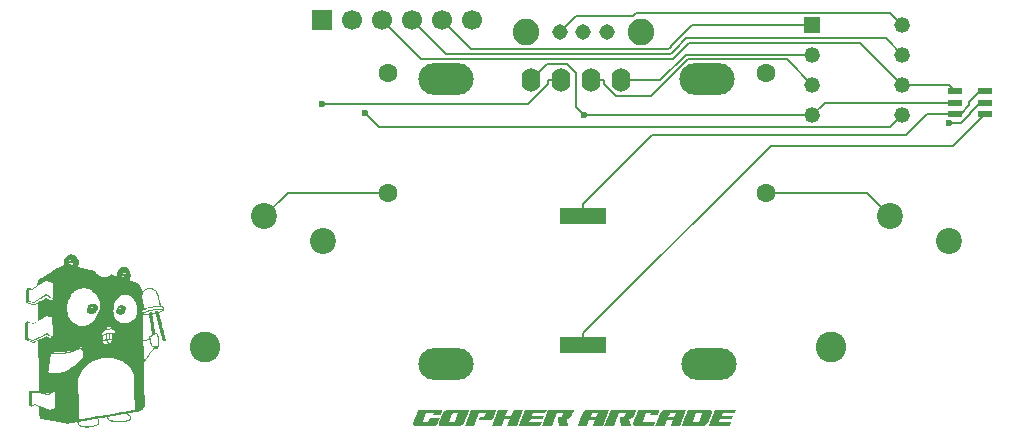
<source format=gtl>
%TF.GenerationSoftware,KiCad,Pcbnew,9.0.3*%
%TF.CreationDate,2025-08-18T10:50:27+02:00*%
%TF.ProjectId,gopher-arcade,676f7068-6572-42d6-9172-636164652e6b,rev?*%
%TF.SameCoordinates,Original*%
%TF.FileFunction,Copper,L1,Top*%
%TF.FilePolarity,Positive*%
%FSLAX46Y46*%
G04 Gerber Fmt 4.6, Leading zero omitted, Abs format (unit mm)*
G04 Created by KiCad (PCBNEW 9.0.3) date 2025-08-18 10:50:27*
%MOMM*%
%LPD*%
G01*
G04 APERTURE LIST*
G04 Aperture macros list*
%AMRoundRect*
0 Rectangle with rounded corners*
0 $1 Rounding radius*
0 $2 $3 $4 $5 $6 $7 $8 $9 X,Y pos of 4 corners*
0 Add a 4 corners polygon primitive as box body*
4,1,4,$2,$3,$4,$5,$6,$7,$8,$9,$2,$3,0*
0 Add four circle primitives for the rounded corners*
1,1,$1+$1,$2,$3*
1,1,$1+$1,$4,$5*
1,1,$1+$1,$6,$7*
1,1,$1+$1,$8,$9*
0 Add four rect primitives between the rounded corners*
20,1,$1+$1,$2,$3,$4,$5,0*
20,1,$1+$1,$4,$5,$6,$7,0*
20,1,$1+$1,$6,$7,$8,$9,0*
20,1,$1+$1,$8,$9,$2,$3,0*%
G04 Aperture macros list end*
%TA.AperFunction,EtchedComponent*%
%ADD10C,0.000000*%
%TD*%
%TA.AperFunction,SMDPad,CuDef*%
%ADD11RoundRect,0.072500X-0.532500X-0.217500X0.532500X-0.217500X0.532500X0.217500X-0.532500X0.217500X0*%
%TD*%
%TA.AperFunction,ComponentPad*%
%ADD12C,2.600000*%
%TD*%
%TA.AperFunction,ComponentPad*%
%ADD13C,2.200000*%
%TD*%
%TA.AperFunction,ComponentPad*%
%ADD14C,1.600000*%
%TD*%
%TA.AperFunction,ComponentPad*%
%ADD15O,4.680000X2.690000*%
%TD*%
%TA.AperFunction,ComponentPad*%
%ADD16O,1.600000X2.000000*%
%TD*%
%TA.AperFunction,SMDPad,CuDef*%
%ADD17R,4.000000X1.450000*%
%TD*%
%TA.AperFunction,ComponentPad*%
%ADD18R,1.700000X1.700000*%
%TD*%
%TA.AperFunction,ComponentPad*%
%ADD19C,1.700000*%
%TD*%
%TA.AperFunction,ComponentPad*%
%ADD20R,1.320800X1.320800*%
%TD*%
%TA.AperFunction,ComponentPad*%
%ADD21C,1.320800*%
%TD*%
%TA.AperFunction,ComponentPad*%
%ADD22C,1.308000*%
%TD*%
%TA.AperFunction,ComponentPad*%
%ADD23C,2.250000*%
%TD*%
%TA.AperFunction,ViaPad*%
%ADD24C,0.600000*%
%TD*%
%TA.AperFunction,Conductor*%
%ADD25C,0.200000*%
%TD*%
G04 APERTURE END LIST*
D10*
%TA.AperFunction,EtchedComponent*%
%TO.C,G\u002A\u002A\u002A*%
G36*
X31476299Y-128584299D02*
G01*
X31511272Y-128591829D01*
X31553642Y-128607441D01*
X31556489Y-128608595D01*
X31638980Y-128652384D01*
X31699719Y-128708613D01*
X31739983Y-128778912D01*
X31761052Y-128864914D01*
X31761702Y-128870336D01*
X31763995Y-128913506D01*
X31759001Y-128954970D01*
X31745100Y-129004664D01*
X31735107Y-129033472D01*
X31683364Y-129152736D01*
X31622288Y-129249290D01*
X31552287Y-129322808D01*
X31473769Y-129372964D01*
X31387141Y-129399430D01*
X31292810Y-129401880D01*
X31277833Y-129400130D01*
X31169630Y-129377325D01*
X31082698Y-129340765D01*
X31016692Y-129290118D01*
X30971268Y-129225053D01*
X30946084Y-129145235D01*
X30940267Y-129073703D01*
X30949729Y-128995093D01*
X30975772Y-128911002D01*
X30987353Y-128886477D01*
X31221984Y-128886477D01*
X31228614Y-128897780D01*
X31251448Y-128905902D01*
X31285677Y-128904701D01*
X31319605Y-128895535D01*
X31336803Y-128885207D01*
X31355100Y-128859631D01*
X31360066Y-128840683D01*
X31354196Y-128824306D01*
X31332443Y-128817795D01*
X31315542Y-128817212D01*
X31278387Y-128823983D01*
X31246896Y-128841039D01*
X31226339Y-128863499D01*
X31221984Y-128886477D01*
X30987353Y-128886477D01*
X31014884Y-128828181D01*
X31063552Y-128753380D01*
X31118265Y-128693348D01*
X31151408Y-128667942D01*
X31205985Y-128635480D01*
X31254400Y-128613908D01*
X31306658Y-128599821D01*
X31372762Y-128589815D01*
X31385234Y-128588371D01*
X31437896Y-128583573D01*
X31476299Y-128584299D01*
G37*
%TD.AperFunction*%
%TA.AperFunction,EtchedComponent*%
G36*
X29038285Y-128476131D02*
G01*
X29116787Y-128481079D01*
X29176187Y-128490722D01*
X29222732Y-128507608D01*
X29262671Y-128534287D01*
X29302254Y-128573309D01*
X29316590Y-128589665D01*
X29352357Y-128640437D01*
X29374721Y-128696301D01*
X29385048Y-128763019D01*
X29384703Y-128846353D01*
X29383120Y-128870325D01*
X29377565Y-128929764D01*
X29370185Y-128971600D01*
X29358859Y-129003670D01*
X29341468Y-129033811D01*
X29337188Y-129040135D01*
X29251050Y-129148480D01*
X29157652Y-129234161D01*
X29058067Y-129296340D01*
X28962628Y-129331882D01*
X28886507Y-129346953D01*
X28818379Y-129348450D01*
X28744785Y-129336481D01*
X28733138Y-129333702D01*
X28675712Y-129316900D01*
X28630563Y-129295568D01*
X28586557Y-129263703D01*
X28559355Y-129240010D01*
X28502727Y-129175493D01*
X28467327Y-129101481D01*
X28451446Y-129022485D01*
X28452970Y-128918980D01*
X28470626Y-128845722D01*
X28765729Y-128845722D01*
X28778839Y-128876848D01*
X28780207Y-128878274D01*
X28810484Y-128892467D01*
X28852293Y-128892778D01*
X28896604Y-128880307D01*
X28930020Y-128860034D01*
X28957163Y-128831881D01*
X28966436Y-128804033D01*
X28965979Y-128786887D01*
X28962190Y-128763708D01*
X28952142Y-128751434D01*
X28929048Y-128745883D01*
X28895417Y-128743403D01*
X28852783Y-128742951D01*
X28825009Y-128749692D01*
X28801876Y-128766532D01*
X28796828Y-128771448D01*
X28772125Y-128808027D01*
X28765729Y-128845722D01*
X28470626Y-128845722D01*
X28477552Y-128816983D01*
X28522974Y-128720938D01*
X28587022Y-128635287D01*
X28667480Y-128564472D01*
X28686105Y-128551996D01*
X28755195Y-128514798D01*
X28828010Y-128490507D01*
X28910765Y-128477784D01*
X29009680Y-128475290D01*
X29038285Y-128476131D01*
G37*
%TD.AperFunction*%
%TA.AperFunction,EtchedComponent*%
G36*
X27262325Y-124320316D02*
G01*
X27376968Y-124355383D01*
X27457857Y-124392884D01*
X27528691Y-124441520D01*
X27599292Y-124510321D01*
X27665346Y-124594339D01*
X27722538Y-124688628D01*
X27732000Y-124707200D01*
X27751856Y-124748283D01*
X27765146Y-124780711D01*
X27773178Y-124811430D01*
X27777260Y-124847384D01*
X27778700Y-124895521D01*
X27778819Y-124955711D01*
X27778238Y-125022540D01*
X27775738Y-125073115D01*
X27769832Y-125116119D01*
X27759031Y-125160240D01*
X27741847Y-125214161D01*
X27727323Y-125256360D01*
X27676058Y-125403737D01*
X28414498Y-125567092D01*
X29152938Y-125730446D01*
X29245199Y-125842421D01*
X29361862Y-125969304D01*
X29483351Y-126072995D01*
X29608827Y-126153025D01*
X29737449Y-126208923D01*
X29868377Y-126240219D01*
X29968931Y-126247261D01*
X30083494Y-126235962D01*
X30192767Y-126202089D01*
X30298853Y-126144726D01*
X30403849Y-126062961D01*
X30414703Y-126053100D01*
X30467954Y-126004087D01*
X30751815Y-126091929D01*
X30832076Y-126116698D01*
X30903692Y-126138669D01*
X30963271Y-126156811D01*
X31007419Y-126170095D01*
X31032743Y-126177489D01*
X31037499Y-126178667D01*
X31035964Y-126166703D01*
X31030222Y-126136199D01*
X31021470Y-126093475D01*
X31020420Y-126088514D01*
X31007520Y-125986945D01*
X31007698Y-125893728D01*
X31024299Y-125786370D01*
X31061314Y-125690926D01*
X31119471Y-125606606D01*
X31199496Y-125532619D01*
X31302118Y-125468174D01*
X31428064Y-125412481D01*
X31461836Y-125400331D01*
X31515023Y-125386268D01*
X31578287Y-125378506D01*
X31659015Y-125376127D01*
X31719299Y-125376742D01*
X31761751Y-125379565D01*
X31793970Y-125386062D01*
X31823556Y-125397701D01*
X31854264Y-125413813D01*
X31937028Y-125473721D01*
X32011051Y-125556343D01*
X32074900Y-125660023D01*
X32084993Y-125680360D01*
X32126901Y-125776176D01*
X32154144Y-125861950D01*
X32168704Y-125946880D01*
X32172562Y-126040163D01*
X32171541Y-126082154D01*
X32167328Y-126153850D01*
X32159659Y-126211295D01*
X32146430Y-126265642D01*
X32125538Y-126328047D01*
X32124750Y-126330217D01*
X32100373Y-126395870D01*
X32084916Y-126441834D01*
X32080791Y-126472881D01*
X32090410Y-126493781D01*
X32116184Y-126509307D01*
X32160528Y-126524229D01*
X32225852Y-126543319D01*
X32233667Y-126545652D01*
X32357904Y-126583581D01*
X32460994Y-126616801D01*
X32546461Y-126646809D01*
X32617832Y-126675100D01*
X32678634Y-126703170D01*
X32732391Y-126732515D01*
X32782632Y-126764631D01*
X32829371Y-126798359D01*
X32895385Y-126854490D01*
X32951691Y-126917367D01*
X33000411Y-126990709D01*
X33043663Y-127078238D01*
X33083570Y-127183673D01*
X33122249Y-127310734D01*
X33123065Y-127313665D01*
X33141846Y-127380701D01*
X33155423Y-127426298D01*
X33165304Y-127453559D01*
X33172998Y-127465587D01*
X33180015Y-127465483D01*
X33187863Y-127456350D01*
X33190547Y-127452400D01*
X33268093Y-127358201D01*
X33364166Y-127276438D01*
X33473813Y-127209757D01*
X33592079Y-127160802D01*
X33714008Y-127132218D01*
X33802538Y-127125734D01*
X33927923Y-127138060D01*
X34050370Y-127173481D01*
X34166203Y-127229658D01*
X34271751Y-127304255D01*
X34363340Y-127394933D01*
X34437299Y-127499356D01*
X34461431Y-127545092D01*
X34474867Y-127574348D01*
X34487089Y-127604260D01*
X34498798Y-127637603D01*
X34510695Y-127677155D01*
X34523483Y-127725692D01*
X34537863Y-127785991D01*
X34554537Y-127860828D01*
X34574207Y-127952979D01*
X34597574Y-128065222D01*
X34618053Y-128164772D01*
X34722960Y-128676322D01*
X34825141Y-128679981D01*
X34927322Y-128683639D01*
X34955578Y-128823573D01*
X34969847Y-128900126D01*
X34976303Y-128960024D01*
X34972604Y-129007058D01*
X34956407Y-129045020D01*
X34925369Y-129077702D01*
X34877147Y-129108895D01*
X34809400Y-129142391D01*
X34739416Y-129173461D01*
X34556187Y-129253178D01*
X34605391Y-129439093D01*
X34616515Y-129481011D01*
X34633590Y-129545192D01*
X34655996Y-129629318D01*
X34683116Y-129731071D01*
X34714331Y-129848134D01*
X34749024Y-129978189D01*
X34786577Y-130118919D01*
X34826370Y-130268007D01*
X34867787Y-130423134D01*
X34910208Y-130581984D01*
X34919631Y-130617262D01*
X34960590Y-130771213D01*
X34999340Y-130918038D01*
X35035410Y-131055889D01*
X35068332Y-131182918D01*
X35097637Y-131297276D01*
X35122856Y-131397115D01*
X35143520Y-131480589D01*
X35159160Y-131545848D01*
X35169308Y-131591044D01*
X35173495Y-131614330D01*
X35173336Y-131617153D01*
X35155362Y-131624272D01*
X35120606Y-131634568D01*
X35075504Y-131646490D01*
X35026491Y-131658487D01*
X34980001Y-131669007D01*
X34942471Y-131676499D01*
X34920336Y-131679412D01*
X34917181Y-131678901D01*
X34913132Y-131666030D01*
X34903013Y-131630277D01*
X34887286Y-131573350D01*
X34866412Y-131496957D01*
X34840853Y-131402805D01*
X34811069Y-131292604D01*
X34777523Y-131168060D01*
X34740675Y-131030881D01*
X34700987Y-130882776D01*
X34658921Y-130725453D01*
X34614937Y-130560619D01*
X34602898Y-130515443D01*
X34558529Y-130348966D01*
X34516024Y-130189586D01*
X34475837Y-130039008D01*
X34438424Y-129898934D01*
X34404241Y-129771066D01*
X34373744Y-129657107D01*
X34347388Y-129558759D01*
X34325630Y-129477726D01*
X34308924Y-129415710D01*
X34297727Y-129374414D01*
X34292495Y-129355540D01*
X34292163Y-129354508D01*
X34280187Y-129356405D01*
X34249528Y-129362958D01*
X34206210Y-129372751D01*
X34156259Y-129384366D01*
X34105698Y-129396388D01*
X34060552Y-129407399D01*
X34026845Y-129415983D01*
X34010635Y-129420709D01*
X34012362Y-129433033D01*
X34017963Y-129468297D01*
X34027080Y-129524350D01*
X34039359Y-129599045D01*
X34054445Y-129690232D01*
X34071980Y-129795762D01*
X34091610Y-129913485D01*
X34112979Y-130041252D01*
X34135731Y-130176915D01*
X34137847Y-130189511D01*
X34266861Y-130957552D01*
X34314788Y-130961735D01*
X34377651Y-130976920D01*
X34431242Y-131011123D01*
X34475754Y-131065006D01*
X34511381Y-131139233D01*
X34538318Y-131234466D01*
X34556759Y-131351368D01*
X34566898Y-131490604D01*
X34568929Y-131652835D01*
X34564259Y-131813055D01*
X34560460Y-131890456D01*
X34556348Y-131962284D01*
X34552265Y-132023338D01*
X34548556Y-132068415D01*
X34546044Y-132089741D01*
X34538530Y-132121180D01*
X34525435Y-132134617D01*
X34499706Y-132137446D01*
X34473294Y-132140011D01*
X34465843Y-132151495D01*
X34468108Y-132166068D01*
X34474168Y-132196466D01*
X34481102Y-132238038D01*
X34483258Y-132252484D01*
X34491581Y-132310276D01*
X34353779Y-132332118D01*
X34297118Y-132340957D01*
X34249916Y-132348056D01*
X34217727Y-132352595D01*
X34206436Y-132353833D01*
X34199778Y-132342600D01*
X34196378Y-132315418D01*
X34196309Y-132312362D01*
X34195556Y-132295311D01*
X34191912Y-132287248D01*
X34182403Y-132290093D01*
X34164059Y-132305765D01*
X34133907Y-132336181D01*
X34092890Y-132379149D01*
X34008821Y-132473356D01*
X33915271Y-132588859D01*
X33813512Y-132723893D01*
X33704813Y-132876693D01*
X33590444Y-133045494D01*
X33471674Y-133228531D01*
X33402290Y-133338884D01*
X33291993Y-133516265D01*
X33318200Y-134814543D01*
X33322117Y-135006658D01*
X33326138Y-135200259D01*
X33330204Y-135392716D01*
X33334257Y-135581404D01*
X33338239Y-135763693D01*
X33342091Y-135936956D01*
X33345754Y-136098565D01*
X33349170Y-136245892D01*
X33352280Y-136376309D01*
X33355025Y-136487189D01*
X33357348Y-136575903D01*
X33357846Y-136593968D01*
X33361252Y-136719278D01*
X33363758Y-136821921D01*
X33365329Y-136904654D01*
X33365927Y-136970239D01*
X33365514Y-137021434D01*
X33364055Y-137061000D01*
X33361513Y-137091695D01*
X33357850Y-137116281D01*
X33353029Y-137137515D01*
X33350448Y-137146797D01*
X33304390Y-137265042D01*
X33239489Y-137366791D01*
X33155163Y-137452641D01*
X33050828Y-137523186D01*
X32928826Y-137577967D01*
X32896153Y-137587319D01*
X32840499Y-137600248D01*
X32764015Y-137616347D01*
X32668849Y-137635209D01*
X32557149Y-137656429D01*
X32431066Y-137679599D01*
X32292747Y-137704314D01*
X32144342Y-137730166D01*
X31987999Y-137756751D01*
X31946802Y-137763652D01*
X31947282Y-137771497D01*
X31965282Y-137789290D01*
X31996923Y-137813215D01*
X31997687Y-137813742D01*
X32045805Y-137849997D01*
X32097278Y-137893415D01*
X32127849Y-137921872D01*
X32191772Y-137996216D01*
X32230466Y-138068074D01*
X32243921Y-138137351D01*
X32232126Y-138203954D01*
X32195071Y-138267789D01*
X32170026Y-138295711D01*
X32099250Y-138351180D01*
X32007241Y-138399324D01*
X31897151Y-138440073D01*
X31772132Y-138473359D01*
X31635338Y-138499114D01*
X31489920Y-138517268D01*
X31339030Y-138527753D01*
X31185823Y-138530500D01*
X31033448Y-138525441D01*
X30885060Y-138512506D01*
X30743811Y-138491626D01*
X30612852Y-138462734D01*
X30495336Y-138425761D01*
X30394416Y-138380637D01*
X30324213Y-138335956D01*
X30263305Y-138277024D01*
X30222214Y-138209910D01*
X30203386Y-138138969D01*
X30202437Y-138119392D01*
X30202407Y-138118467D01*
X30292390Y-138118467D01*
X30299833Y-138161893D01*
X30316465Y-138201741D01*
X30316948Y-138202542D01*
X30360701Y-138252184D01*
X30426931Y-138296990D01*
X30513057Y-138336535D01*
X30616499Y-138370396D01*
X30734677Y-138398145D01*
X30865009Y-138419358D01*
X31004917Y-138433610D01*
X31151818Y-138440475D01*
X31303134Y-138439529D01*
X31456283Y-138430345D01*
X31599365Y-138413858D01*
X31670537Y-138401904D01*
X31747389Y-138386258D01*
X31816919Y-138369649D01*
X31838808Y-138363626D01*
X31951967Y-138325685D01*
X32039953Y-138284652D01*
X32102868Y-138240367D01*
X32140813Y-138192667D01*
X32153888Y-138141391D01*
X32142196Y-138086377D01*
X32105835Y-138027464D01*
X32072221Y-137990178D01*
X32028632Y-137950615D01*
X31976737Y-137909634D01*
X31921683Y-137870625D01*
X31868615Y-137836979D01*
X31822679Y-137812089D01*
X31789020Y-137799344D01*
X31781215Y-137798381D01*
X31760181Y-137800523D01*
X31717500Y-137806632D01*
X31655889Y-137816233D01*
X31578065Y-137828849D01*
X31486748Y-137844006D01*
X31384655Y-137861228D01*
X31274505Y-137880038D01*
X31159014Y-137899962D01*
X31040902Y-137920523D01*
X30922886Y-137941247D01*
X30807685Y-137961657D01*
X30698016Y-137981278D01*
X30596598Y-137999634D01*
X30506148Y-138016249D01*
X30429385Y-138030649D01*
X30369026Y-138042357D01*
X30327790Y-138050897D01*
X30308395Y-138055794D01*
X30307387Y-138056287D01*
X30294716Y-138080314D01*
X30292390Y-138118467D01*
X30202407Y-138118467D01*
X30201289Y-138084737D01*
X30195565Y-138069553D01*
X30181851Y-138067894D01*
X30173815Y-138069578D01*
X30154112Y-138073457D01*
X30112855Y-138080990D01*
X30053569Y-138091554D01*
X29979779Y-138104526D01*
X29895012Y-138119283D01*
X29802792Y-138135201D01*
X29793863Y-138136735D01*
X29442534Y-138197081D01*
X29481751Y-138280778D01*
X29516514Y-138379043D01*
X29526393Y-138472185D01*
X29511421Y-138560016D01*
X29471629Y-138642351D01*
X29407050Y-138719000D01*
X29407043Y-138719007D01*
X29331954Y-138777928D01*
X29236148Y-138832245D01*
X29124220Y-138879954D01*
X29000762Y-138919053D01*
X28891591Y-138943761D01*
X28806838Y-138955841D01*
X28705107Y-138964506D01*
X28594680Y-138969377D01*
X28483840Y-138970075D01*
X28389666Y-138966767D01*
X28246846Y-138951725D01*
X28115060Y-138924872D01*
X27996527Y-138887273D01*
X27893468Y-138839993D01*
X27808101Y-138784097D01*
X27742648Y-138720651D01*
X27699328Y-138650718D01*
X27692127Y-138632086D01*
X27679615Y-138588916D01*
X27671998Y-138550204D01*
X27670918Y-138536580D01*
X27670918Y-138512257D01*
X27761526Y-138512257D01*
X27762292Y-138547889D01*
X27773183Y-138592333D01*
X27783878Y-138619424D01*
X27824845Y-138680147D01*
X27889023Y-138734976D01*
X27974673Y-138782979D01*
X28080051Y-138823224D01*
X28203417Y-138854778D01*
X28234996Y-138860862D01*
X28302315Y-138869509D01*
X28387910Y-138875186D01*
X28484789Y-138877900D01*
X28585961Y-138877661D01*
X28684434Y-138874477D01*
X28773216Y-138868354D01*
X28840191Y-138860156D01*
X28975804Y-138831875D01*
X29099290Y-138793575D01*
X29207742Y-138746617D01*
X29298253Y-138692357D01*
X29367919Y-138632155D01*
X29392911Y-138601810D01*
X29415194Y-138567588D01*
X29427232Y-138536730D01*
X29432054Y-138498597D01*
X29432757Y-138461877D01*
X29429912Y-138404315D01*
X29418983Y-138357093D01*
X29396487Y-138305531D01*
X29394989Y-138302563D01*
X29373445Y-138263407D01*
X29354269Y-138234355D01*
X29342370Y-138222249D01*
X29327063Y-138223183D01*
X29289346Y-138228160D01*
X29231855Y-138236727D01*
X29157222Y-138248430D01*
X29068081Y-138262817D01*
X28967065Y-138279435D01*
X28856808Y-138297831D01*
X28739944Y-138317552D01*
X28619105Y-138338146D01*
X28496926Y-138359158D01*
X28376039Y-138380137D01*
X28259078Y-138400630D01*
X28148678Y-138420184D01*
X28047470Y-138438345D01*
X27958090Y-138454661D01*
X27883170Y-138468680D01*
X27825343Y-138479947D01*
X27787244Y-138488011D01*
X27771557Y-138492385D01*
X27761526Y-138512257D01*
X27670918Y-138512257D01*
X27670918Y-138503317D01*
X27305183Y-138564473D01*
X27208941Y-138580683D01*
X27118389Y-138596155D01*
X27037283Y-138610230D01*
X26969378Y-138622250D01*
X26918433Y-138631555D01*
X26888203Y-138637487D01*
X26885420Y-138638106D01*
X26873317Y-138639888D01*
X26856532Y-138640304D01*
X26833467Y-138639089D01*
X26802524Y-138635982D01*
X26762108Y-138630718D01*
X26710620Y-138623033D01*
X26646464Y-138612665D01*
X26568043Y-138599350D01*
X26473759Y-138582824D01*
X26362015Y-138562825D01*
X26231214Y-138539088D01*
X26079758Y-138511350D01*
X25906052Y-138479347D01*
X25765954Y-138453452D01*
X25603451Y-138423265D01*
X25447164Y-138394002D01*
X25299041Y-138366039D01*
X25161030Y-138339756D01*
X25035079Y-138315530D01*
X24923135Y-138293741D01*
X24827148Y-138274766D01*
X24749064Y-138258985D01*
X24690833Y-138246773D01*
X24654401Y-138238512D01*
X24643272Y-138235417D01*
X24586974Y-138205054D01*
X24533863Y-138159441D01*
X24491303Y-138106066D01*
X24468007Y-138057242D01*
X24461976Y-138024031D01*
X24456905Y-137970513D01*
X24453141Y-137901817D01*
X24451033Y-137823070D01*
X24450811Y-137803265D01*
X24449602Y-137712800D01*
X24447481Y-137611090D01*
X24444735Y-137509895D01*
X24441650Y-137420973D01*
X24441271Y-137411688D01*
X24433372Y-137222174D01*
X24248915Y-137152861D01*
X24064457Y-137083548D01*
X23940425Y-137125485D01*
X23888912Y-137143827D01*
X23847853Y-137160205D01*
X23822319Y-137172490D01*
X23816394Y-137177592D01*
X23805710Y-137185036D01*
X23780728Y-137187615D01*
X23752048Y-137185684D01*
X23730274Y-137179599D01*
X23725054Y-137174530D01*
X23711668Y-137163861D01*
X23680757Y-137148513D01*
X23638958Y-137131774D01*
X23638126Y-137131473D01*
X23555609Y-137101649D01*
X23547492Y-136982511D01*
X23545569Y-136941895D01*
X23543730Y-136879643D01*
X23542034Y-136799562D01*
X23540543Y-136705459D01*
X23539319Y-136601139D01*
X23538424Y-136490410D01*
X23537951Y-136389508D01*
X23536916Y-136044826D01*
X23808140Y-136044826D01*
X23813778Y-136555869D01*
X23815064Y-136667228D01*
X23816365Y-136770362D01*
X23817638Y-136862564D01*
X23818842Y-136941126D01*
X23819934Y-137003343D01*
X23820871Y-137046507D01*
X23821611Y-137067910D01*
X23821822Y-137069768D01*
X23834101Y-137067302D01*
X23865262Y-137058365D01*
X23910044Y-137044515D01*
X23944342Y-137033493D01*
X24064457Y-136994363D01*
X24687796Y-137223938D01*
X24808115Y-137268109D01*
X24921645Y-137309512D01*
X25026070Y-137347323D01*
X25119073Y-137380715D01*
X25198337Y-137408862D01*
X25261546Y-137430938D01*
X25306382Y-137446118D01*
X25330529Y-137453575D01*
X25333738Y-137454211D01*
X25352476Y-137449689D01*
X25390269Y-137436720D01*
X25442805Y-137416919D01*
X25505770Y-137391900D01*
X25560637Y-137369263D01*
X25764932Y-137283617D01*
X25755865Y-136596450D01*
X25754125Y-136466810D01*
X25752436Y-136345073D01*
X25750832Y-136233567D01*
X25749351Y-136134617D01*
X25748028Y-136050551D01*
X25746900Y-135983695D01*
X25746002Y-135936377D01*
X25745371Y-135910924D01*
X25745155Y-135907090D01*
X25734149Y-135912487D01*
X25704142Y-135928820D01*
X25658209Y-135954371D01*
X25599422Y-135987424D01*
X25530856Y-136026263D01*
X25484073Y-136052900D01*
X25224635Y-136200902D01*
X24631825Y-136102569D01*
X24511040Y-136082661D01*
X24397023Y-136064112D01*
X24292417Y-136047336D01*
X24199864Y-136032744D01*
X24122006Y-136020750D01*
X24061487Y-136011765D01*
X24020947Y-136006203D01*
X24003466Y-136004464D01*
X23972189Y-136007687D01*
X23927256Y-136015817D01*
X23888028Y-136024759D01*
X23808140Y-136044826D01*
X23536916Y-136044826D01*
X23536684Y-135967726D01*
X24369766Y-135967726D01*
X24376993Y-135970242D01*
X24405865Y-135976241D01*
X24452914Y-135985135D01*
X24514670Y-135996331D01*
X24587664Y-136009240D01*
X24668429Y-136023272D01*
X24753494Y-136037836D01*
X24839391Y-136052342D01*
X24922651Y-136066200D01*
X24999806Y-136078818D01*
X25067386Y-136089607D01*
X25121923Y-136097976D01*
X25159947Y-136103336D01*
X25176872Y-136105090D01*
X25200056Y-136102224D01*
X25232001Y-136091420D01*
X25275837Y-136071232D01*
X25334693Y-136040214D01*
X25411700Y-135996919D01*
X25414785Y-135995150D01*
X25608865Y-135883840D01*
X25550509Y-135879892D01*
X25525260Y-135879153D01*
X25502073Y-135881959D01*
X25477077Y-135890255D01*
X25446401Y-135905983D01*
X25406176Y-135931086D01*
X25352530Y-135967506D01*
X25292996Y-136009159D01*
X25205291Y-136070873D01*
X24793889Y-136018528D01*
X24694168Y-136005933D01*
X24602389Y-135994522D01*
X24521633Y-135984662D01*
X24454982Y-135976724D01*
X24405515Y-135971075D01*
X24376316Y-135968086D01*
X24369766Y-135967726D01*
X23536684Y-135967726D01*
X23536671Y-135963486D01*
X24305317Y-135963486D01*
X24317821Y-135965523D01*
X24334321Y-135963184D01*
X24334518Y-135958842D01*
X24317492Y-135955805D01*
X24310135Y-135957838D01*
X24305317Y-135963486D01*
X23536671Y-135963486D01*
X23536527Y-135915643D01*
X23571080Y-135915643D01*
X23594740Y-135913428D01*
X23638501Y-135907294D01*
X23697455Y-135898007D01*
X23766695Y-135886330D01*
X23823253Y-135876316D01*
X24040874Y-135836990D01*
X24227582Y-135861500D01*
X24414290Y-135886009D01*
X24414734Y-135827679D01*
X24414594Y-135806255D01*
X24414054Y-135761583D01*
X24413140Y-135695279D01*
X24411878Y-135608962D01*
X24410296Y-135504245D01*
X24408420Y-135382748D01*
X24406278Y-135246085D01*
X24404120Y-135109977D01*
X27736764Y-135109977D01*
X27737086Y-135172844D01*
X27737941Y-135247677D01*
X27739341Y-135336000D01*
X27741298Y-135439342D01*
X27743824Y-135559230D01*
X27746932Y-135697190D01*
X27750634Y-135854750D01*
X27754941Y-136033435D01*
X27759867Y-136234775D01*
X27764383Y-136418130D01*
X27770715Y-136674291D01*
X27776483Y-136906196D01*
X27781724Y-137115028D01*
X27786475Y-137301965D01*
X27790775Y-137468188D01*
X27794660Y-137614879D01*
X27798168Y-137743216D01*
X27801337Y-137854381D01*
X27804204Y-137949555D01*
X27806807Y-138029917D01*
X27809183Y-138096647D01*
X27811370Y-138150927D01*
X27813406Y-138193937D01*
X27815327Y-138226857D01*
X27817171Y-138250867D01*
X27818977Y-138267148D01*
X27820781Y-138276881D01*
X27822621Y-138281246D01*
X27823634Y-138281786D01*
X27836903Y-138279654D01*
X27873961Y-138273405D01*
X27933526Y-138263260D01*
X28014318Y-138249439D01*
X28115055Y-138232162D01*
X28234457Y-138211651D01*
X28371241Y-138188125D01*
X28524127Y-138161807D01*
X28691834Y-138132915D01*
X28873080Y-138101671D01*
X29066585Y-138068295D01*
X29271067Y-138033007D01*
X29485245Y-137996029D01*
X29707838Y-137957581D01*
X29937565Y-137917883D01*
X30006501Y-137905968D01*
X30240730Y-137865482D01*
X30469758Y-137825904D01*
X30692184Y-137787475D01*
X30906606Y-137750437D01*
X31111622Y-137715031D01*
X31305832Y-137681499D01*
X31487833Y-137650084D01*
X31656224Y-137621028D01*
X31809604Y-137594571D01*
X31946570Y-137570956D01*
X32065722Y-137550425D01*
X32165657Y-137533219D01*
X32244975Y-137519581D01*
X32302273Y-137509751D01*
X32336151Y-137503973D01*
X32339599Y-137503391D01*
X32400553Y-137492646D01*
X32452235Y-137482616D01*
X32489541Y-137474359D01*
X32507368Y-137468929D01*
X32507909Y-137468560D01*
X32508747Y-137455218D01*
X32509069Y-137418465D01*
X32508911Y-137360325D01*
X32508310Y-137282826D01*
X32507301Y-137187991D01*
X32505920Y-137077847D01*
X32504203Y-136954418D01*
X32502186Y-136819731D01*
X32499905Y-136675809D01*
X32497395Y-136524680D01*
X32494693Y-136368367D01*
X32491835Y-136208897D01*
X32488856Y-136048295D01*
X32485792Y-135888586D01*
X32482680Y-135731795D01*
X32479555Y-135579948D01*
X32476454Y-135435070D01*
X32473411Y-135299187D01*
X32470463Y-135174324D01*
X32467647Y-135062505D01*
X32464997Y-134965758D01*
X32462550Y-134886106D01*
X32461646Y-134859783D01*
X32448391Y-134675493D01*
X32421756Y-134508689D01*
X32380615Y-134354556D01*
X32323838Y-134208283D01*
X32294737Y-134147396D01*
X32196741Y-133981086D01*
X32076669Y-133825837D01*
X31935706Y-133682398D01*
X31775036Y-133551519D01*
X31595844Y-133433953D01*
X31399314Y-133330447D01*
X31186630Y-133241755D01*
X30958978Y-133168625D01*
X30717541Y-133111808D01*
X30637104Y-133097116D01*
X30495897Y-133075470D01*
X30371678Y-133062032D01*
X30257484Y-133056424D01*
X30146352Y-133058271D01*
X30049783Y-133065355D01*
X29771111Y-133103987D01*
X29501852Y-133165326D01*
X29243088Y-133248967D01*
X28995899Y-133354508D01*
X28761369Y-133481548D01*
X28548681Y-133623690D01*
X28484885Y-133674774D01*
X28411427Y-133740247D01*
X28332919Y-133815380D01*
X28253971Y-133895444D01*
X28179196Y-133975709D01*
X28113205Y-134051445D01*
X28060610Y-134117923D01*
X28044238Y-134141035D01*
X27932395Y-134326077D01*
X27845458Y-134514287D01*
X27782977Y-134706768D01*
X27751905Y-134854517D01*
X27748404Y-134876640D01*
X27745337Y-134898513D01*
X27742719Y-134921660D01*
X27740560Y-134947610D01*
X27738872Y-134977890D01*
X27737669Y-135014026D01*
X27736962Y-135057546D01*
X27736764Y-135109977D01*
X24404120Y-135109977D01*
X24403896Y-135095873D01*
X24401301Y-134933729D01*
X24398520Y-134761269D01*
X24395580Y-134580110D01*
X24392508Y-134391868D01*
X24389330Y-134198160D01*
X24389057Y-134181569D01*
X25216144Y-134181569D01*
X25218327Y-134210438D01*
X25222993Y-134233319D01*
X25229989Y-134252339D01*
X25239161Y-134269627D01*
X25248478Y-134284436D01*
X25283302Y-134327329D01*
X25325210Y-134354113D01*
X25349299Y-134363253D01*
X25375269Y-134367102D01*
X25422333Y-134369458D01*
X25486191Y-134370408D01*
X25562542Y-134370041D01*
X25647087Y-134368445D01*
X25735525Y-134365708D01*
X25823558Y-134361917D01*
X25906885Y-134357160D01*
X25981207Y-134351527D01*
X25998080Y-134349972D01*
X26186379Y-134326018D01*
X26359129Y-134290924D01*
X26520696Y-134242857D01*
X26675449Y-134179981D01*
X26827753Y-134100463D01*
X26981976Y-134002468D01*
X27142485Y-133884162D01*
X27182660Y-133852356D01*
X27220341Y-133821693D01*
X27274608Y-133776878D01*
X27342675Y-133720253D01*
X27421755Y-133654159D01*
X27509064Y-133580939D01*
X27601814Y-133502935D01*
X27697219Y-133422487D01*
X27792495Y-133341939D01*
X27884855Y-133263631D01*
X27971512Y-133189906D01*
X28020107Y-133148419D01*
X28080472Y-133092298D01*
X28123032Y-133039674D01*
X28151004Y-132983735D01*
X28167607Y-132917665D01*
X28176057Y-132834653D01*
X28177021Y-132816080D01*
X28178958Y-132747903D01*
X28176851Y-132695605D01*
X28169811Y-132649822D01*
X28156950Y-132601186D01*
X28156484Y-132599646D01*
X28121540Y-132509047D01*
X28077157Y-132432886D01*
X28025771Y-132374127D01*
X27969820Y-132335735D01*
X27928523Y-132322441D01*
X27908032Y-132320858D01*
X27883024Y-132323359D01*
X27849893Y-132330972D01*
X27805032Y-132344719D01*
X27744833Y-132365629D01*
X27665689Y-132394725D01*
X27638674Y-132404842D01*
X27454854Y-132472521D01*
X27290200Y-132530071D01*
X27141028Y-132578549D01*
X27003654Y-132619014D01*
X26874393Y-132652522D01*
X26749560Y-132680134D01*
X26625473Y-132702906D01*
X26570534Y-132711609D01*
X26424826Y-132728523D01*
X26266276Y-132737961D01*
X26103702Y-132739861D01*
X25945923Y-132734164D01*
X25801758Y-132720807D01*
X25774705Y-132717120D01*
X25706914Y-132707642D01*
X25658124Y-132702153D01*
X25622220Y-132700574D01*
X25593088Y-132702826D01*
X25564613Y-132708833D01*
X25545370Y-132714186D01*
X25518324Y-132721774D01*
X25495266Y-132728860D01*
X25475573Y-132737432D01*
X25458626Y-132749479D01*
X25443803Y-132766990D01*
X25430485Y-132791954D01*
X25418049Y-132826358D01*
X25405876Y-132872193D01*
X25393344Y-132931446D01*
X25379834Y-133006107D01*
X25364724Y-133098163D01*
X25347393Y-133209604D01*
X25327221Y-133342418D01*
X25306474Y-133479561D01*
X25283271Y-133632976D01*
X25263778Y-133763373D01*
X25247842Y-133872880D01*
X25235310Y-133963625D01*
X25226027Y-134037738D01*
X25219840Y-134097347D01*
X25216597Y-134144581D01*
X25216144Y-134181569D01*
X24389057Y-134181569D01*
X24386074Y-134000601D01*
X24382767Y-133800810D01*
X24379435Y-133600401D01*
X24376105Y-133400992D01*
X24372804Y-133204199D01*
X24369559Y-133011638D01*
X24366397Y-132824927D01*
X24363344Y-132645681D01*
X24363012Y-132626325D01*
X25496990Y-132626325D01*
X25497500Y-132626999D01*
X25511593Y-132627355D01*
X25542157Y-132622927D01*
X25562946Y-132618836D01*
X25599158Y-132613707D01*
X25641969Y-132613405D01*
X25697420Y-132618209D01*
X25771552Y-132628402D01*
X25772684Y-132628574D01*
X25883389Y-132641243D01*
X26011003Y-132648962D01*
X26147480Y-132651734D01*
X26284776Y-132649563D01*
X26414844Y-132642454D01*
X26529639Y-132630411D01*
X26545092Y-132628171D01*
X26670718Y-132607073D01*
X26795277Y-132581584D01*
X26922584Y-132550617D01*
X27056455Y-132513085D01*
X27200705Y-132467899D01*
X27359149Y-132413973D01*
X27535604Y-132350219D01*
X27586129Y-132331441D01*
X27876615Y-132222928D01*
X27947764Y-132238851D01*
X28019797Y-132267415D01*
X28086820Y-132317689D01*
X28146627Y-132386097D01*
X28197013Y-132469061D01*
X28235773Y-132563005D01*
X28260701Y-132664351D01*
X28269520Y-132760785D01*
X28271609Y-132798224D01*
X28275698Y-132813246D01*
X28280828Y-132808701D01*
X28286038Y-132787443D01*
X28290366Y-132752321D01*
X28292853Y-132706189D01*
X28293094Y-132690818D01*
X28283267Y-132590644D01*
X28251920Y-132485104D01*
X28198330Y-132371963D01*
X28178434Y-132337258D01*
X28139709Y-132275249D01*
X28107214Y-132232095D01*
X28076605Y-132203508D01*
X28043538Y-132185202D01*
X28014696Y-132175692D01*
X27999352Y-132171270D01*
X27986551Y-132167997D01*
X27973478Y-132166679D01*
X27957321Y-132168122D01*
X27935266Y-132173133D01*
X27904499Y-132182519D01*
X27862207Y-132197086D01*
X27805576Y-132217641D01*
X27731793Y-132244990D01*
X27638044Y-132279941D01*
X27594591Y-132296131D01*
X27334594Y-132387514D01*
X27090701Y-132461714D01*
X26860582Y-132519084D01*
X26641905Y-132559977D01*
X26432341Y-132584743D01*
X26229557Y-132593736D01*
X26031225Y-132587308D01*
X25835012Y-132565812D01*
X25822678Y-132563962D01*
X25750846Y-132554647D01*
X25696487Y-132551807D01*
X25652534Y-132555214D01*
X25637562Y-132557997D01*
X25600963Y-132568560D01*
X25562210Y-132583824D01*
X25527701Y-132600640D01*
X25503830Y-132615857D01*
X25496990Y-132626325D01*
X24363012Y-132626325D01*
X24360428Y-132475516D01*
X24357676Y-132316050D01*
X24355114Y-132168900D01*
X24352770Y-132035680D01*
X24350669Y-131918008D01*
X24348840Y-131817501D01*
X24347308Y-131735774D01*
X24346515Y-131695429D01*
X29856860Y-131695429D01*
X29870350Y-131736420D01*
X29897395Y-131781531D01*
X29934420Y-131825431D01*
X29977851Y-131862788D01*
X30005176Y-131879675D01*
X30069502Y-131907887D01*
X30125814Y-131918665D01*
X30183318Y-131913300D01*
X30205618Y-131907795D01*
X30236425Y-131897142D01*
X30249961Y-131882100D01*
X30253268Y-131853232D01*
X30253322Y-131843852D01*
X30243099Y-131774224D01*
X30211174Y-131707619D01*
X30170618Y-131655697D01*
X30115103Y-131608978D01*
X30055693Y-131587157D01*
X29996344Y-131589614D01*
X29945182Y-131605957D01*
X29899676Y-131628817D01*
X29867860Y-131653800D01*
X29860501Y-131663891D01*
X29856860Y-131695429D01*
X24346515Y-131695429D01*
X24346102Y-131674445D01*
X24345247Y-131635129D01*
X24344770Y-131619443D01*
X24344740Y-131619226D01*
X24332845Y-131622786D01*
X24301044Y-131634492D01*
X24253011Y-131652932D01*
X24192418Y-131676696D01*
X24122940Y-131704371D01*
X24119104Y-131705911D01*
X23895665Y-131795606D01*
X23592065Y-131673324D01*
X23508877Y-131640374D01*
X23432654Y-131611235D01*
X23366803Y-131587127D01*
X23314730Y-131569266D01*
X23279842Y-131558872D01*
X23266202Y-131556826D01*
X23247511Y-131554402D01*
X23243940Y-131545963D01*
X23233196Y-131530755D01*
X23206899Y-131515465D01*
X23202596Y-131513756D01*
X23174293Y-131503103D01*
X23439874Y-131503103D01*
X23440223Y-131509839D01*
X23464357Y-131525041D01*
X23512390Y-131548535D01*
X23584436Y-131580153D01*
X23646114Y-131605761D01*
X23718951Y-131635379D01*
X23783555Y-131661460D01*
X23836312Y-131682562D01*
X23873603Y-131697240D01*
X23891813Y-131704049D01*
X23892929Y-131704351D01*
X23905678Y-131699836D01*
X23939687Y-131686673D01*
X23992643Y-131665784D01*
X24062232Y-131638093D01*
X24146142Y-131604523D01*
X24242058Y-131565997D01*
X24347669Y-131523438D01*
X24460660Y-131477771D01*
X24465175Y-131475943D01*
X24578806Y-131430084D01*
X24629596Y-131409711D01*
X29835269Y-131409711D01*
X29835376Y-131464250D01*
X29836503Y-131511435D01*
X29838677Y-131545773D01*
X29841923Y-131561773D01*
X29843063Y-131562201D01*
X29935359Y-131522629D01*
X30017113Y-131505219D01*
X30090539Y-131510119D01*
X30157854Y-131537479D01*
X30221272Y-131587448D01*
X30221472Y-131587646D01*
X30253506Y-131625584D01*
X30284545Y-131672799D01*
X30310260Y-131721444D01*
X30326317Y-131763674D01*
X30329525Y-131783392D01*
X30334227Y-131814738D01*
X30345175Y-131838317D01*
X30355053Y-131844858D01*
X30369487Y-131837804D01*
X30398249Y-131819211D01*
X30435411Y-131792937D01*
X30439560Y-131789889D01*
X30518531Y-131719762D01*
X30552086Y-131673122D01*
X33252035Y-131673122D01*
X33260055Y-132010234D01*
X33262209Y-132104912D01*
X33264650Y-132219212D01*
X33267263Y-132347316D01*
X33269934Y-132483409D01*
X33272547Y-132621673D01*
X33274987Y-132756290D01*
X33276547Y-132846152D01*
X33278654Y-132955693D01*
X33281072Y-133056609D01*
X33283700Y-133146224D01*
X33286438Y-133221864D01*
X33289186Y-133280852D01*
X33291845Y-133320515D01*
X33294314Y-133338177D01*
X33294970Y-133338808D01*
X33306013Y-133325551D01*
X33325796Y-133296383D01*
X33350232Y-133257361D01*
X33352599Y-133253441D01*
X33430300Y-133128389D01*
X33516319Y-132997054D01*
X33607760Y-132863415D01*
X33701723Y-132731449D01*
X33795312Y-132605134D01*
X33885628Y-132488448D01*
X33969775Y-132385369D01*
X34044853Y-132299873D01*
X34055842Y-132288080D01*
X34098686Y-132241668D01*
X34134348Y-132201368D01*
X34159567Y-132170990D01*
X34171081Y-132154347D01*
X34171452Y-132152970D01*
X34159947Y-132145086D01*
X34130147Y-132137235D01*
X34098305Y-132132364D01*
X34022999Y-132115533D01*
X33959336Y-132085130D01*
X33912815Y-132044075D01*
X33901737Y-132027964D01*
X33891983Y-132002661D01*
X33879161Y-131956632D01*
X33864320Y-131894260D01*
X33848503Y-131819927D01*
X33833497Y-131742060D01*
X33819517Y-131666384D01*
X33807017Y-131599840D01*
X33796736Y-131546261D01*
X33789410Y-131509480D01*
X33785775Y-131493330D01*
X33785595Y-131492924D01*
X33773469Y-131496299D01*
X33742520Y-131507514D01*
X33697480Y-131524797D01*
X33645071Y-131545575D01*
X33572873Y-131573089D01*
X33492360Y-131601408D01*
X33415914Y-131626267D01*
X33379657Y-131637040D01*
X33252035Y-131673122D01*
X30552086Y-131673122D01*
X30574195Y-131642391D01*
X30603803Y-131571315D01*
X30613754Y-131536168D01*
X30615408Y-131520105D01*
X30608350Y-131518018D01*
X30599750Y-131521357D01*
X30536241Y-131537044D01*
X30472931Y-131530054D01*
X30427340Y-131508517D01*
X30378737Y-131475490D01*
X30340876Y-131502450D01*
X30284745Y-131529529D01*
X30226646Y-131534973D01*
X30173033Y-131518298D01*
X30168145Y-131515382D01*
X30135985Y-131492648D01*
X30112676Y-131467941D01*
X30096594Y-131436634D01*
X30086114Y-131394095D01*
X30079612Y-131335694D01*
X30075462Y-131256803D01*
X30075225Y-131250599D01*
X30074448Y-131229893D01*
X30164274Y-131229893D01*
X30164617Y-131299693D01*
X30166053Y-131348709D01*
X30169187Y-131381592D01*
X30174627Y-131402996D01*
X30182978Y-131417574D01*
X30189716Y-131425058D01*
X30224794Y-131446950D01*
X30264213Y-131445250D01*
X30302204Y-131424246D01*
X30444140Y-131424246D01*
X30479123Y-131443225D01*
X30509684Y-131458085D01*
X30530699Y-131459458D01*
X30552172Y-131445469D01*
X30572674Y-131425693D01*
X30610203Y-131388165D01*
X30606679Y-131199892D01*
X30603155Y-131011619D01*
X30523648Y-131007832D01*
X30444140Y-131004045D01*
X30444140Y-131214145D01*
X30444140Y-131424246D01*
X30302204Y-131424246D01*
X30310183Y-131419835D01*
X30312547Y-131418050D01*
X30355092Y-131385600D01*
X30355092Y-131214145D01*
X30355092Y-131200374D01*
X30355092Y-131015148D01*
X30307387Y-131023742D01*
X30260559Y-131033693D01*
X30213321Y-131045863D01*
X30211978Y-131046253D01*
X30164274Y-131060171D01*
X30164274Y-131229893D01*
X30074448Y-131229893D01*
X30068865Y-131081205D01*
X29960734Y-131135461D01*
X29908722Y-131162554D01*
X29875447Y-131183135D01*
X29856322Y-131200853D01*
X29846761Y-131219358D01*
X29844568Y-131227880D01*
X29840835Y-131256904D01*
X29838024Y-131300546D01*
X29836160Y-131353313D01*
X29835269Y-131409711D01*
X24629596Y-131409711D01*
X24685501Y-131387288D01*
X24782893Y-131348487D01*
X24868615Y-131314610D01*
X24940301Y-131286589D01*
X24995584Y-131265355D01*
X25032097Y-131251836D01*
X25047474Y-131246964D01*
X25047567Y-131246961D01*
X25065152Y-131252148D01*
X25100398Y-131266241D01*
X25148069Y-131287047D01*
X25199125Y-131310567D01*
X25253581Y-131335642D01*
X25300393Y-131356059D01*
X25334365Y-131369626D01*
X25349912Y-131374173D01*
X25371995Y-131369044D01*
X25404586Y-131356127D01*
X25440241Y-131339129D01*
X25471516Y-131321758D01*
X25490970Y-131307721D01*
X25493879Y-131302466D01*
X25481847Y-131294006D01*
X25450229Y-131277103D01*
X25402712Y-131253585D01*
X25342990Y-131225278D01*
X25275377Y-131194293D01*
X25059923Y-131097099D01*
X24994711Y-131126251D01*
X24969479Y-131137752D01*
X24923935Y-131158744D01*
X24860821Y-131187955D01*
X24782879Y-131224112D01*
X24692850Y-131265943D01*
X24593476Y-131312175D01*
X24487499Y-131361536D01*
X24422150Y-131392000D01*
X24315714Y-131441439D01*
X24216002Y-131487375D01*
X24125454Y-131528712D01*
X24046509Y-131564354D01*
X23981607Y-131593204D01*
X23933188Y-131614166D01*
X23903692Y-131626144D01*
X23895682Y-131628598D01*
X23877622Y-131624886D01*
X23839835Y-131614616D01*
X23786795Y-131599088D01*
X23722975Y-131579601D01*
X23674021Y-131564216D01*
X23580382Y-131535387D01*
X23510068Y-131515706D01*
X23463193Y-131505001D01*
X23439874Y-131503103D01*
X23174293Y-131503103D01*
X23161252Y-131498194D01*
X23204594Y-131484655D01*
X23247937Y-131471116D01*
X23240389Y-130779998D01*
X23234794Y-130267765D01*
X23487354Y-130267765D01*
X23487400Y-130358273D01*
X23487601Y-130462442D01*
X23487956Y-130577916D01*
X23488465Y-130702340D01*
X23488709Y-130753632D01*
X23492003Y-131417932D01*
X23676460Y-131477820D01*
X23742358Y-131498808D01*
X23800943Y-131516709D01*
X23847379Y-131530103D01*
X23876831Y-131537568D01*
X23883512Y-131538629D01*
X23899204Y-131533575D01*
X23935624Y-131518725D01*
X23990476Y-131495104D01*
X24061463Y-131463739D01*
X24146286Y-131425654D01*
X24242649Y-131381874D01*
X24348254Y-131333426D01*
X24460804Y-131281335D01*
X24480868Y-131272002D01*
X25055629Y-131004455D01*
X25240627Y-131086854D01*
X25310923Y-131118147D01*
X25379571Y-131148678D01*
X25440263Y-131175643D01*
X25486692Y-131196239D01*
X25500499Y-131202350D01*
X25575373Y-131235447D01*
X25572261Y-131079058D01*
X29761731Y-131079058D01*
X29769539Y-131108733D01*
X29786060Y-131119898D01*
X29803526Y-131114560D01*
X29837949Y-131100062D01*
X29883661Y-131078885D01*
X29916210Y-131062977D01*
X29922635Y-131060171D01*
X30044199Y-131007081D01*
X30172718Y-130968023D01*
X30309460Y-130943917D01*
X30444140Y-130933517D01*
X30516699Y-130931091D01*
X30570007Y-130930839D01*
X30610202Y-130933252D01*
X30643419Y-130938821D01*
X30675796Y-130948036D01*
X30691015Y-130953251D01*
X30731938Y-130967171D01*
X30763182Y-130976788D01*
X30776556Y-130979816D01*
X30793989Y-130968239D01*
X30809067Y-130938078D01*
X30819661Y-130896194D01*
X30823644Y-130849445D01*
X30822879Y-130830567D01*
X30813320Y-130778802D01*
X30791976Y-130737734D01*
X30755369Y-130704052D01*
X30700016Y-130674448D01*
X30631545Y-130648639D01*
X30522405Y-130611964D01*
X30448289Y-130648380D01*
X30369012Y-130680513D01*
X30285501Y-130702831D01*
X30208921Y-130712462D01*
X30198631Y-130712634D01*
X30163222Y-130705594D01*
X30136458Y-130680406D01*
X30133051Y-130675489D01*
X30115036Y-130651355D01*
X30099559Y-130645639D01*
X30075443Y-130655330D01*
X30069516Y-130658378D01*
X29963217Y-130724040D01*
X29879412Y-130800007D01*
X29816704Y-130887834D01*
X29774535Y-130986396D01*
X29763237Y-131036428D01*
X29761731Y-131079058D01*
X25572261Y-131079058D01*
X25565679Y-130748258D01*
X25563123Y-130622388D01*
X25561642Y-130551861D01*
X30177724Y-130551861D01*
X30179242Y-130590057D01*
X30189163Y-130617664D01*
X30191217Y-130620035D01*
X30216448Y-130628540D01*
X30260807Y-130625070D01*
X30321219Y-130610071D01*
X30367017Y-130594579D01*
X30422348Y-130569105D01*
X30464185Y-130539674D01*
X30488534Y-130509708D01*
X30492608Y-130486892D01*
X30475816Y-130461966D01*
X30440032Y-130443323D01*
X30391470Y-130433785D01*
X30374173Y-130433116D01*
X30333031Y-130438563D01*
X30285897Y-130452766D01*
X30240466Y-130472387D01*
X30204433Y-130494088D01*
X30185494Y-130514530D01*
X30185284Y-130515054D01*
X30177724Y-130551861D01*
X25561642Y-130551861D01*
X25560341Y-130489876D01*
X25557457Y-130356388D01*
X25554598Y-130227589D01*
X25551887Y-130109145D01*
X25549451Y-130006720D01*
X25548050Y-129950479D01*
X25540117Y-129639889D01*
X25325996Y-129579949D01*
X25111876Y-129520007D01*
X24517087Y-129873804D01*
X23922299Y-130227602D01*
X23707151Y-130158604D01*
X23637709Y-130136384D01*
X23577220Y-130117122D01*
X23529612Y-130102061D01*
X23498809Y-130092444D01*
X23488709Y-130089470D01*
X23488139Y-130101771D01*
X23487723Y-130137158D01*
X23487461Y-130193275D01*
X23487354Y-130267765D01*
X23234794Y-130267765D01*
X23232841Y-130088880D01*
X23307619Y-130051132D01*
X23347746Y-130029120D01*
X23378642Y-130008945D01*
X23392676Y-129996076D01*
X23410548Y-129981180D01*
X23437745Y-129971579D01*
X23464989Y-129968807D01*
X23482999Y-129974395D01*
X23485643Y-129980725D01*
X23497783Y-129992355D01*
X23534294Y-130009554D01*
X23595311Y-130032377D01*
X23680970Y-130060880D01*
X23687911Y-130063095D01*
X23756352Y-130084583D01*
X23816926Y-130103029D01*
X23865227Y-130117137D01*
X23896849Y-130125611D01*
X23906741Y-130127496D01*
X23922559Y-130121240D01*
X23956303Y-130103874D01*
X24004156Y-130077495D01*
X24062301Y-130044203D01*
X24119927Y-130010271D01*
X24316554Y-129893047D01*
X24308177Y-129416653D01*
X24306189Y-129297903D01*
X24304358Y-129177616D01*
X24302743Y-129060482D01*
X24301402Y-128951190D01*
X24300393Y-128854430D01*
X24299776Y-128774892D01*
X24299754Y-128768997D01*
X26781982Y-128768997D01*
X26784546Y-128962767D01*
X26805594Y-129141603D01*
X26827453Y-129263685D01*
X26850380Y-129366197D01*
X26876559Y-129454989D01*
X26908172Y-129535909D01*
X26947400Y-129614807D01*
X26996428Y-129697530D01*
X27035258Y-129757132D01*
X27150828Y-129911045D01*
X27277207Y-130043917D01*
X27413319Y-130154928D01*
X27558087Y-130243260D01*
X27710435Y-130308097D01*
X27791769Y-130332122D01*
X27866251Y-130345406D01*
X27957295Y-130353168D01*
X28056610Y-130355322D01*
X28155902Y-130351784D01*
X28246879Y-130342467D01*
X28278867Y-130337145D01*
X28376072Y-130315637D01*
X28459315Y-130289277D01*
X28539440Y-130253960D01*
X28627288Y-130205583D01*
X28628692Y-130204753D01*
X28822601Y-130079012D01*
X28992779Y-129944719D01*
X29139778Y-129800926D01*
X29264146Y-129646686D01*
X29366433Y-129481049D01*
X29447189Y-129303068D01*
X29497689Y-129141471D01*
X30719105Y-129141471D01*
X30724332Y-129256113D01*
X30729799Y-129328467D01*
X30735283Y-129381935D01*
X30742227Y-129423036D01*
X30752074Y-129458285D01*
X30766265Y-129494200D01*
X30786245Y-129537299D01*
X30786856Y-129538577D01*
X30846404Y-129651406D01*
X30909838Y-129746531D01*
X30982619Y-129831638D01*
X31024615Y-129873209D01*
X31135438Y-129961002D01*
X31261853Y-130031622D01*
X31398569Y-130082429D01*
X31484269Y-130102475D01*
X31535993Y-130108086D01*
X31605938Y-130110410D01*
X31687132Y-130109724D01*
X31772605Y-130106302D01*
X31855385Y-130100420D01*
X31928502Y-130092355D01*
X31983406Y-130082749D01*
X32115026Y-130040393D01*
X32242265Y-129976720D01*
X32360807Y-129895032D01*
X32466338Y-129798630D01*
X32554544Y-129690815D01*
X32605622Y-129606596D01*
X32648727Y-129508704D01*
X32664788Y-129459633D01*
X33207515Y-129459633D01*
X33212339Y-129555042D01*
X33213429Y-129585070D01*
X33214870Y-129637958D01*
X33216608Y-129711125D01*
X33218591Y-129801992D01*
X33220766Y-129907978D01*
X33223078Y-130026505D01*
X33225476Y-130154992D01*
X33227906Y-130290859D01*
X33230015Y-130413723D01*
X33233625Y-130622274D01*
X33237036Y-130806574D01*
X33240288Y-130967813D01*
X33243423Y-131107181D01*
X33246480Y-131225869D01*
X33249501Y-131325067D01*
X33252525Y-131405965D01*
X33255594Y-131469754D01*
X33258747Y-131517623D01*
X33262026Y-131550762D01*
X33265470Y-131570363D01*
X33269120Y-131577615D01*
X33269624Y-131577713D01*
X33285180Y-131573896D01*
X33320140Y-131563420D01*
X33369800Y-131547752D01*
X33429453Y-131528355D01*
X33449452Y-131521743D01*
X33518692Y-131498031D01*
X33586404Y-131473560D01*
X33645301Y-131451044D01*
X33688094Y-131433198D01*
X33691727Y-131431533D01*
X33765374Y-131397293D01*
X33757639Y-131328925D01*
X33846766Y-131328925D01*
X33847193Y-131339713D01*
X33851291Y-131359804D01*
X33859183Y-131401084D01*
X33870150Y-131459701D01*
X33883477Y-131531806D01*
X33898446Y-131613549D01*
X33908641Y-131669613D01*
X33927403Y-131771519D01*
X33943116Y-131851291D01*
X33956924Y-131911890D01*
X33969968Y-131956279D01*
X33983392Y-131987418D01*
X33998339Y-132008267D01*
X34015952Y-132021789D01*
X34037373Y-132030944D01*
X34049566Y-132034721D01*
X34076220Y-132038894D01*
X34122528Y-132042548D01*
X34182703Y-132045360D01*
X34250957Y-132047010D01*
X34275078Y-132047250D01*
X34461392Y-132048397D01*
X34470990Y-131943447D01*
X34476238Y-131865671D01*
X34479328Y-131775117D01*
X34480358Y-131677353D01*
X34479428Y-131577946D01*
X34476636Y-131482466D01*
X34472080Y-131396480D01*
X34465858Y-131325556D01*
X34459279Y-131281001D01*
X34436055Y-131192365D01*
X34406021Y-131123346D01*
X34370248Y-131076018D01*
X34344110Y-131057718D01*
X34311050Y-131049019D01*
X34270778Y-131052595D01*
X34220876Y-131069445D01*
X34158924Y-131100569D01*
X34082504Y-131146968D01*
X34008150Y-131196561D01*
X33944435Y-131240765D01*
X33899248Y-131273605D01*
X33869779Y-131297581D01*
X33853221Y-131315188D01*
X33846766Y-131328925D01*
X33757639Y-131328925D01*
X33757207Y-131325106D01*
X33749040Y-131252920D01*
X33795617Y-131230709D01*
X33830611Y-131211328D01*
X33875334Y-131182986D01*
X33914594Y-131155749D01*
X33950650Y-131129513D01*
X33977409Y-131110104D01*
X33989435Y-131101464D01*
X33989587Y-131101363D01*
X33987998Y-131088876D01*
X33982547Y-131053379D01*
X33973575Y-130996956D01*
X33961422Y-130921691D01*
X33946426Y-130829667D01*
X33928929Y-130722966D01*
X33909270Y-130603674D01*
X33887790Y-130473874D01*
X33864827Y-130335648D01*
X33855539Y-130279879D01*
X33718900Y-129460033D01*
X33463208Y-129459833D01*
X33207515Y-129459633D01*
X32664788Y-129459633D01*
X32685971Y-129394909D01*
X32696885Y-129350319D01*
X33236775Y-129350319D01*
X33245836Y-129367855D01*
X33274607Y-129378829D01*
X33300973Y-129381374D01*
X33346509Y-129382560D01*
X33404986Y-129382533D01*
X33470178Y-129381438D01*
X33535855Y-129379422D01*
X33595789Y-129376631D01*
X33643754Y-129373210D01*
X33672538Y-129369513D01*
X33689752Y-129363645D01*
X33696824Y-129350700D01*
X33696039Y-129323441D01*
X33693524Y-129303010D01*
X33685494Y-129242478D01*
X33798081Y-129226331D01*
X33852095Y-129218277D01*
X33899047Y-129210723D01*
X33931306Y-129204918D01*
X33938091Y-129203438D01*
X33954940Y-129201641D01*
X33966338Y-129209464D01*
X33974920Y-129231636D01*
X33983323Y-129272887D01*
X33986221Y-129289798D01*
X33994752Y-129321300D01*
X34007995Y-129332149D01*
X34015954Y-129331654D01*
X34051453Y-129323649D01*
X34097651Y-129312425D01*
X34148001Y-129299680D01*
X34195955Y-129287112D01*
X34234964Y-129276420D01*
X34258483Y-129269301D01*
X34262133Y-129267806D01*
X34264409Y-129253290D01*
X34259428Y-129222961D01*
X34253903Y-129202306D01*
X34244056Y-129167441D01*
X34238867Y-129144727D01*
X34238705Y-129140209D01*
X34254169Y-129133740D01*
X34287293Y-129123915D01*
X34331689Y-129112251D01*
X34380970Y-129100271D01*
X34428748Y-129089491D01*
X34468636Y-129081434D01*
X34494246Y-129077618D01*
X34500122Y-129078016D01*
X34509131Y-129094978D01*
X34519995Y-129125310D01*
X34521285Y-129129589D01*
X34534007Y-129172738D01*
X34693022Y-129102620D01*
X34752901Y-129075517D01*
X34805217Y-129050533D01*
X34845067Y-129030105D01*
X34867549Y-129016667D01*
X34869748Y-129014821D01*
X34875069Y-129003003D01*
X34863370Y-128994072D01*
X34833147Y-128987891D01*
X34782897Y-128984323D01*
X34711118Y-128983232D01*
X34616305Y-128984479D01*
X34554549Y-128986090D01*
X34332923Y-128999376D01*
X34124298Y-129026699D01*
X33919578Y-129069694D01*
X33709667Y-129129999D01*
X33656244Y-129147656D01*
X33532969Y-129191189D01*
X33430229Y-129231312D01*
X33348629Y-129267655D01*
X33288781Y-129299850D01*
X33251294Y-129327528D01*
X33236775Y-129350319D01*
X32696885Y-129350319D01*
X32716017Y-129272154D01*
X32737525Y-129147386D01*
X32740233Y-129119482D01*
X33175072Y-129119482D01*
X33177994Y-129147191D01*
X33181684Y-129163783D01*
X33190437Y-129200640D01*
X33197261Y-129227782D01*
X33198691Y-129232936D01*
X33212075Y-129235700D01*
X33245850Y-129225007D01*
X33299019Y-129201177D01*
X33302488Y-129199491D01*
X33356766Y-129174613D01*
X33425185Y-129145559D01*
X33497831Y-129116447D01*
X33548031Y-129097454D01*
X33727391Y-129038528D01*
X33919915Y-128987486D01*
X34113805Y-128947288D01*
X34205093Y-128932540D01*
X34290383Y-128921641D01*
X34382723Y-128912370D01*
X34477600Y-128904936D01*
X34570498Y-128899545D01*
X34656904Y-128896404D01*
X34732304Y-128895721D01*
X34792184Y-128897703D01*
X34832028Y-128902557D01*
X34836135Y-128903584D01*
X34863547Y-128910552D01*
X34878031Y-128909130D01*
X34881600Y-128894827D01*
X34876268Y-128863149D01*
X34868858Y-128830579D01*
X34857073Y-128789851D01*
X34843046Y-128767820D01*
X34822853Y-128757891D01*
X34796687Y-128755276D01*
X34749506Y-128754438D01*
X34685659Y-128755190D01*
X34609495Y-128757344D01*
X34525367Y-128760712D01*
X34437622Y-128765107D01*
X34350613Y-128770342D01*
X34268688Y-128776229D01*
X34196199Y-128782581D01*
X34159564Y-128786476D01*
X33910650Y-128826265D01*
X33671562Y-128886472D01*
X33445527Y-128966217D01*
X33350078Y-129007710D01*
X33297601Y-129032945D01*
X33249873Y-129057640D01*
X33214621Y-129077733D01*
X33205795Y-129083535D01*
X33183302Y-129101713D01*
X33175072Y-129119482D01*
X32740233Y-129119482D01*
X32749155Y-129027550D01*
X32749568Y-128919591D01*
X32745989Y-128878755D01*
X32717977Y-128716757D01*
X33193207Y-128716757D01*
X33193601Y-128779588D01*
X33195832Y-128844201D01*
X33199435Y-128897824D01*
X33199983Y-128903346D01*
X33204929Y-128945516D01*
X33210376Y-128967207D01*
X33219181Y-128973270D01*
X33234197Y-128968560D01*
X33237481Y-128967079D01*
X33257579Y-128953160D01*
X33261612Y-128931383D01*
X33258866Y-128914063D01*
X33252879Y-128885070D01*
X33243159Y-128838490D01*
X33231231Y-128781627D01*
X33222655Y-128740885D01*
X33194494Y-128607312D01*
X33193207Y-128716757D01*
X32717977Y-128716757D01*
X32712627Y-128685815D01*
X32661496Y-128502628D01*
X32593944Y-128333419D01*
X32537681Y-128225676D01*
X32495254Y-128163135D01*
X32438098Y-128093434D01*
X32371878Y-128022325D01*
X32302256Y-127955560D01*
X32234897Y-127898889D01*
X32175972Y-127858358D01*
X32093857Y-127818602D01*
X32086232Y-127815873D01*
X33154165Y-127815873D01*
X33155632Y-127876702D01*
X33162240Y-127948029D01*
X33174081Y-128032590D01*
X33191245Y-128133123D01*
X33213823Y-128252366D01*
X33241906Y-128393055D01*
X33249165Y-128428793D01*
X33270653Y-128534606D01*
X33290449Y-128632590D01*
X33307997Y-128719947D01*
X33322739Y-128793876D01*
X33334115Y-128851580D01*
X33341570Y-128890258D01*
X33344544Y-128907111D01*
X33344574Y-128907509D01*
X33355295Y-128907729D01*
X33383764Y-128899405D01*
X33424443Y-128884235D01*
X33436803Y-128879185D01*
X33488390Y-128859409D01*
X33554801Y-128836317D01*
X33626292Y-128813208D01*
X33675326Y-128798445D01*
X33810939Y-128764094D01*
X33963512Y-128733885D01*
X34124734Y-128708985D01*
X34286295Y-128690562D01*
X34439887Y-128679782D01*
X34537187Y-128677410D01*
X34581943Y-128676039D01*
X34614723Y-128672542D01*
X34629206Y-128667638D01*
X34629416Y-128666940D01*
X34626895Y-128652479D01*
X34619731Y-128616042D01*
X34608522Y-128560550D01*
X34593863Y-128488924D01*
X34576354Y-128404086D01*
X34556591Y-128308957D01*
X34539029Y-128224878D01*
X34517213Y-128120551D01*
X34496563Y-128021565D01*
X34477788Y-127931335D01*
X34461596Y-127853275D01*
X34448696Y-127790798D01*
X34439797Y-127747318D01*
X34436236Y-127729549D01*
X34406374Y-127633777D01*
X34356353Y-127537851D01*
X34290640Y-127447515D01*
X34213704Y-127368511D01*
X34130014Y-127306583D01*
X34090766Y-127285546D01*
X33971504Y-127242327D01*
X33850139Y-127222098D01*
X33729661Y-127223870D01*
X33613055Y-127246654D01*
X33503308Y-127289464D01*
X33403408Y-127351311D01*
X33316340Y-127431205D01*
X33245093Y-127528160D01*
X33220773Y-127573384D01*
X33197895Y-127622786D01*
X33179705Y-127668998D01*
X33166292Y-127714758D01*
X33157748Y-127762805D01*
X33154165Y-127815873D01*
X32086232Y-127815873D01*
X31994755Y-127783142D01*
X31887049Y-127754305D01*
X31779118Y-127734418D01*
X31701671Y-127726697D01*
X31635539Y-127724319D01*
X31584729Y-127726330D01*
X31539357Y-127733669D01*
X31491771Y-127746585D01*
X31392709Y-127785239D01*
X31292787Y-127841592D01*
X31188309Y-127917892D01*
X31132206Y-127965099D01*
X31079175Y-128013200D01*
X31040243Y-128053863D01*
X31009126Y-128094877D01*
X30979541Y-128144032D01*
X30962884Y-128175000D01*
X30869748Y-128370833D01*
X30799636Y-128561614D01*
X30751715Y-128751126D01*
X30725149Y-128943151D01*
X30719105Y-129141471D01*
X29497689Y-129141471D01*
X29506963Y-129111795D01*
X29546306Y-128906280D01*
X29565767Y-128685576D01*
X29568168Y-128584198D01*
X29567397Y-128505294D01*
X29563353Y-128441927D01*
X29554940Y-128384283D01*
X29541066Y-128322549D01*
X29537412Y-128308364D01*
X29481374Y-128128719D01*
X29410536Y-127964744D01*
X29322910Y-127813572D01*
X29216505Y-127672337D01*
X29089332Y-127538171D01*
X28939400Y-127408207D01*
X28881594Y-127363495D01*
X28803397Y-127307891D01*
X28734001Y-127267144D01*
X28664961Y-127237410D01*
X28587827Y-127214845D01*
X28525489Y-127201448D01*
X28340776Y-127178428D01*
X28155557Y-127180528D01*
X27971328Y-127207502D01*
X27789588Y-127259107D01*
X27611836Y-127335097D01*
X27569148Y-127357362D01*
X27483764Y-127405335D01*
X27416524Y-127448097D01*
X27362007Y-127490032D01*
X27314794Y-127535527D01*
X27269466Y-127588967D01*
X27247745Y-127617441D01*
X27110704Y-127815406D01*
X26997998Y-128008994D01*
X26909200Y-128199676D01*
X26843882Y-128388924D01*
X26801618Y-128578207D01*
X26781982Y-128768997D01*
X24299754Y-128768997D01*
X24299605Y-128729262D01*
X24298906Y-128657608D01*
X24297096Y-128594244D01*
X24294403Y-128543819D01*
X24291053Y-128510982D01*
X24288481Y-128501017D01*
X24279008Y-128496190D01*
X24259589Y-128500175D01*
X24227007Y-128514272D01*
X24178041Y-128539780D01*
X24138852Y-128561442D01*
X24085258Y-128591037D01*
X24039645Y-128615438D01*
X24006599Y-128632248D01*
X23990702Y-128639073D01*
X23990298Y-128639115D01*
X23976255Y-128634669D01*
X23941754Y-128622145D01*
X23890021Y-128602760D01*
X23824279Y-128577734D01*
X23747755Y-128548284D01*
X23669372Y-128517852D01*
X23571928Y-128480158D01*
X23495362Y-128451310D01*
X23437025Y-128430460D01*
X23394272Y-128416762D01*
X23364457Y-128409367D01*
X23344931Y-128407430D01*
X23333048Y-128410102D01*
X23332922Y-128410169D01*
X23313629Y-128417067D01*
X23307727Y-128405557D01*
X23307546Y-128399221D01*
X23297334Y-128374664D01*
X23285284Y-128366062D01*
X23269936Y-128358079D01*
X23275626Y-128348413D01*
X23285284Y-128341036D01*
X23290807Y-128335448D01*
X23290889Y-128335277D01*
X23464738Y-128335277D01*
X23467464Y-128342171D01*
X23481141Y-128351477D01*
X23508244Y-128364516D01*
X23551245Y-128382613D01*
X23612619Y-128407088D01*
X23694840Y-128439266D01*
X23709781Y-128445095D01*
X23786816Y-128475046D01*
X23855774Y-128501662D01*
X23913176Y-128523616D01*
X23955539Y-128539581D01*
X23979383Y-128548230D01*
X23983240Y-128549393D01*
X23995639Y-128543458D01*
X24027764Y-128526234D01*
X24077243Y-128499041D01*
X24141705Y-128463200D01*
X24218778Y-128420032D01*
X24306091Y-128370857D01*
X24401272Y-128316997D01*
X24441203Y-128294331D01*
X24541636Y-128237276D01*
X24637449Y-128182854D01*
X24725861Y-128132642D01*
X24804093Y-128088220D01*
X24869364Y-128051167D01*
X24918894Y-128023061D01*
X24949902Y-128005481D01*
X24955101Y-128002538D01*
X25018868Y-127966480D01*
X25205924Y-128073816D01*
X25268861Y-128109352D01*
X25324921Y-128139920D01*
X25370081Y-128163411D01*
X25400318Y-128177718D01*
X25410756Y-128181152D01*
X25430764Y-128176146D01*
X25466052Y-128163028D01*
X25508494Y-128144853D01*
X25588458Y-128108555D01*
X25468878Y-128038654D01*
X25353881Y-127971541D01*
X25258876Y-127916382D01*
X25181979Y-127872137D01*
X25121304Y-127837772D01*
X25074967Y-127812249D01*
X25041083Y-127794532D01*
X25017767Y-127783584D01*
X25003134Y-127778370D01*
X24995300Y-127777851D01*
X24994892Y-127777988D01*
X24981372Y-127785933D01*
X24948678Y-127806380D01*
X24898960Y-127837951D01*
X24834365Y-127879268D01*
X24757044Y-127928953D01*
X24669144Y-127985628D01*
X24572815Y-128047916D01*
X24470206Y-128114438D01*
X24469335Y-128115003D01*
X23959389Y-128446028D01*
X23739863Y-128375709D01*
X23661345Y-128350755D01*
X23603101Y-128332992D01*
X23561250Y-128321632D01*
X23531906Y-128315887D01*
X23511188Y-128314969D01*
X23495211Y-128318090D01*
X23482245Y-128323431D01*
X23470490Y-128329471D01*
X23464738Y-128335277D01*
X23290889Y-128335277D01*
X23295338Y-128326030D01*
X23298975Y-128310433D01*
X23301814Y-128286308D01*
X23303952Y-128251304D01*
X23305488Y-128203072D01*
X23306517Y-128139262D01*
X23307138Y-128057525D01*
X23307448Y-127955511D01*
X23307544Y-127830869D01*
X23307546Y-127803285D01*
X23307546Y-127520661D01*
X23536234Y-127520661D01*
X23537268Y-127637955D01*
X23539760Y-127772767D01*
X23543722Y-127923779D01*
X23544857Y-127961109D01*
X23553187Y-128228575D01*
X23732495Y-128286211D01*
X23797676Y-128306745D01*
X23855683Y-128324240D01*
X23901534Y-128337251D01*
X23930242Y-128344334D01*
X23935889Y-128345188D01*
X23951071Y-128338690D01*
X23985342Y-128319543D01*
X24036542Y-128289086D01*
X24102509Y-128248658D01*
X24181081Y-128199598D01*
X24270096Y-128143247D01*
X24367393Y-128080943D01*
X24470810Y-128014026D01*
X24479724Y-128008226D01*
X24999472Y-127669924D01*
X25311727Y-127850743D01*
X25392336Y-127897098D01*
X25465648Y-127938636D01*
X25528836Y-127973805D01*
X25579072Y-128001052D01*
X25613529Y-128018827D01*
X25629382Y-128025577D01*
X25630048Y-128025495D01*
X25630540Y-128012371D01*
X25630272Y-127976766D01*
X25629330Y-127921627D01*
X25627798Y-127849902D01*
X25625764Y-127764537D01*
X25623312Y-127668481D01*
X25620527Y-127564680D01*
X25617496Y-127456081D01*
X25614303Y-127345632D01*
X25611035Y-127236280D01*
X25607777Y-127130972D01*
X25604614Y-127032656D01*
X25601632Y-126944278D01*
X25598917Y-126868787D01*
X25596554Y-126809129D01*
X25594629Y-126768252D01*
X25593227Y-126749102D01*
X25592965Y-126748052D01*
X25581126Y-126742973D01*
X25548981Y-126729792D01*
X25499847Y-126709854D01*
X25437043Y-126684503D01*
X25363888Y-126655082D01*
X25317496Y-126636472D01*
X25043990Y-126526858D01*
X24453373Y-126923553D01*
X23862757Y-127320249D01*
X23715544Y-127284542D01*
X23656566Y-127270074D01*
X23606001Y-127257365D01*
X23569367Y-127247823D01*
X23552429Y-127242948D01*
X23546387Y-127252940D01*
X23541732Y-127287022D01*
X23538479Y-127343879D01*
X23536642Y-127422197D01*
X23536234Y-127520661D01*
X23307546Y-127520661D01*
X23307546Y-127281929D01*
X23371152Y-127228296D01*
X23403910Y-127198039D01*
X23426871Y-127171798D01*
X23434758Y-127156338D01*
X23445115Y-127140624D01*
X23456018Y-127138013D01*
X23481723Y-127129901D01*
X23500542Y-127116960D01*
X23517760Y-127103387D01*
X23523344Y-127109452D01*
X23523806Y-127123320D01*
X23526458Y-127145068D01*
X23530555Y-127150734D01*
X23544772Y-127153739D01*
X23578655Y-127161936D01*
X23627253Y-127174101D01*
X23685613Y-127189010D01*
X23690354Y-127190233D01*
X23843402Y-127229732D01*
X24050816Y-127091983D01*
X24258230Y-126954235D01*
X24266115Y-126843139D01*
X24277161Y-126734816D01*
X24294639Y-126646326D01*
X24320612Y-126572434D01*
X24357144Y-126507909D01*
X24406297Y-126447519D01*
X24432640Y-126420729D01*
X24449525Y-126405560D01*
X24472160Y-126387583D01*
X24501877Y-126365970D01*
X24540008Y-126339895D01*
X24587882Y-126308529D01*
X24646833Y-126271044D01*
X24652053Y-126267793D01*
X31375301Y-126267793D01*
X31382393Y-126283935D01*
X31404901Y-126294460D01*
X31406626Y-126295048D01*
X31432708Y-126301099D01*
X31446702Y-126291749D01*
X31455953Y-126269821D01*
X31477012Y-126237175D01*
X31512665Y-126206243D01*
X31519559Y-126201843D01*
X31568884Y-126177436D01*
X31605492Y-126173049D01*
X31632606Y-126188875D01*
X31646294Y-126209366D01*
X31671780Y-126239959D01*
X31703182Y-126246159D01*
X31727154Y-126236207D01*
X31736504Y-126224988D01*
X31733807Y-126205587D01*
X31722072Y-126178203D01*
X31692883Y-126131516D01*
X31656490Y-126105329D01*
X31607186Y-126096663D01*
X31569549Y-126098580D01*
X31531515Y-126101092D01*
X31506303Y-126100050D01*
X31500119Y-126097136D01*
X31507878Y-126074132D01*
X31527209Y-126039813D01*
X31552802Y-126001903D01*
X31579351Y-125968122D01*
X31601547Y-125946196D01*
X31605698Y-125943522D01*
X31650122Y-125932381D01*
X31703081Y-125938068D01*
X31729896Y-125947273D01*
X31749195Y-125945489D01*
X31765488Y-125921695D01*
X31773842Y-125893757D01*
X31766494Y-125875153D01*
X31740442Y-125863593D01*
X31692684Y-125856785D01*
X31678998Y-125855700D01*
X31610220Y-125858490D01*
X31554310Y-125879824D01*
X31505779Y-125922434D01*
X31481656Y-125953877D01*
X31458278Y-125996062D01*
X31433126Y-126055127D01*
X31409144Y-126122952D01*
X31389276Y-126191418D01*
X31379172Y-126236546D01*
X31375301Y-126267793D01*
X24652053Y-126267793D01*
X24718190Y-126226613D01*
X24803286Y-126174407D01*
X24903451Y-126113600D01*
X25020018Y-126043363D01*
X25154316Y-125962868D01*
X25307677Y-125871288D01*
X25481434Y-125767795D01*
X25511872Y-125749686D01*
X25657969Y-125662812D01*
X25797792Y-125579744D01*
X25929802Y-125501390D01*
X26052458Y-125428662D01*
X26164220Y-125362470D01*
X26263548Y-125303727D01*
X26348902Y-125253341D01*
X26418740Y-125212225D01*
X26471525Y-125181288D01*
X26505714Y-125161442D01*
X26519768Y-125153597D01*
X26520028Y-125153506D01*
X26525348Y-125163887D01*
X26526010Y-125172588D01*
X26536193Y-125189453D01*
X26545092Y-125191669D01*
X26556930Y-125191459D01*
X26562087Y-125187189D01*
X26560226Y-125173402D01*
X26551009Y-125144639D01*
X26540264Y-125113436D01*
X26534655Y-125091378D01*
X26942764Y-125091378D01*
X26970808Y-125121231D01*
X26992059Y-125140840D01*
X27009679Y-125142942D01*
X27033315Y-125131305D01*
X27078349Y-125117193D01*
X27123988Y-125121711D01*
X27164512Y-125141406D01*
X27194198Y-125172825D01*
X27207328Y-125212515D01*
X27205696Y-125235359D01*
X27199312Y-125266467D01*
X27195659Y-125285952D01*
X27204689Y-125297331D01*
X27227561Y-125306538D01*
X27252703Y-125310244D01*
X27267247Y-125306551D01*
X27274397Y-125290413D01*
X27283312Y-125256793D01*
X27291054Y-125218375D01*
X27297730Y-125117168D01*
X27281400Y-125024370D01*
X27242881Y-124941982D01*
X27182987Y-124872005D01*
X27134884Y-124835346D01*
X27087036Y-124807406D01*
X27041619Y-124786031D01*
X27004372Y-124773468D01*
X26981035Y-124771962D01*
X26977737Y-124773866D01*
X26971664Y-124788175D01*
X26965208Y-124810602D01*
X26962803Y-124829376D01*
X26970276Y-124843196D01*
X26992471Y-124856790D01*
X27028732Y-124872612D01*
X27094657Y-124908345D01*
X27149994Y-124954503D01*
X27188748Y-125005598D01*
X27199137Y-125028617D01*
X27206725Y-125054140D01*
X27203045Y-125061268D01*
X27190476Y-125056963D01*
X27165697Y-125050498D01*
X27126130Y-125044841D01*
X27098464Y-125042451D01*
X27047819Y-125042477D01*
X27009942Y-125051858D01*
X26985630Y-125064684D01*
X26942764Y-125091378D01*
X26534655Y-125091378D01*
X26511586Y-125000646D01*
X26506262Y-124894402D01*
X26524750Y-124792357D01*
X26567510Y-124692168D01*
X26635003Y-124591489D01*
X26645153Y-124578813D01*
X26704175Y-124516569D01*
X26778427Y-124453314D01*
X26858955Y-124395928D01*
X26936802Y-124351293D01*
X26948318Y-124345837D01*
X27044994Y-124315266D01*
X27150665Y-124306851D01*
X27262325Y-124320316D01*
G37*
%TD.AperFunction*%
%TA.AperFunction,EtchedComponent*%
%TO.C,REF\u002A\u002A*%
G36*
X63901313Y-138016381D02*
G01*
X64392380Y-138016381D01*
X64601931Y-137499914D01*
X65404148Y-137499914D01*
X64879214Y-138799549D01*
X64076996Y-138799549D01*
X64286547Y-138278848D01*
X63795479Y-138278848D01*
X63585929Y-138799549D01*
X62785828Y-138799549D01*
X63310762Y-137499914D01*
X64110863Y-137499914D01*
X63901313Y-138016381D01*
G37*
%TD.AperFunction*%
%TA.AperFunction,EtchedComponent*%
G36*
X63901313Y-138016381D02*
G01*
X64392380Y-138016381D01*
X64601931Y-137499914D01*
X65404148Y-137499914D01*
X64879214Y-138799549D01*
X64076996Y-138799549D01*
X64286547Y-138278848D01*
X63795479Y-138278848D01*
X63585929Y-138799549D01*
X62785828Y-138799549D01*
X63310762Y-137499914D01*
X64110863Y-137499914D01*
X63901313Y-138016381D01*
G37*
%TD.AperFunction*%
%TA.AperFunction,EtchedComponent*%
G36*
X67277403Y-137762381D02*
G01*
X66250818Y-137762381D01*
X66147101Y-138018498D01*
X67152519Y-138018498D01*
X67046686Y-138280965D01*
X66041267Y-138280965D01*
X65937551Y-138537082D01*
X66964136Y-138537082D01*
X66858302Y-138799549D01*
X65107816Y-138799549D01*
X65103159Y-138799468D01*
X65098713Y-138799225D01*
X65094481Y-138798820D01*
X65090461Y-138798251D01*
X65086655Y-138797517D01*
X65083064Y-138796619D01*
X65079688Y-138795554D01*
X65076529Y-138794323D01*
X65073586Y-138792925D01*
X65070862Y-138791358D01*
X65068356Y-138789622D01*
X65066069Y-138787717D01*
X65064003Y-138785641D01*
X65062157Y-138783394D01*
X65060534Y-138780974D01*
X65059132Y-138778382D01*
X65057954Y-138775616D01*
X65057000Y-138772676D01*
X65056271Y-138769560D01*
X65055767Y-138766269D01*
X65055490Y-138762801D01*
X65055439Y-138759155D01*
X65055617Y-138755331D01*
X65056023Y-138751328D01*
X65056659Y-138747145D01*
X65057525Y-138742782D01*
X65058622Y-138738237D01*
X65059951Y-138733510D01*
X65061512Y-138728600D01*
X65063306Y-138723506D01*
X65065335Y-138718228D01*
X65067598Y-138712765D01*
X65556550Y-137499914D01*
X67383236Y-137499914D01*
X67277403Y-137762381D01*
G37*
%TD.AperFunction*%
%TA.AperFunction,EtchedComponent*%
G36*
X67277403Y-137762381D02*
G01*
X66250818Y-137762381D01*
X66147101Y-138018498D01*
X67152519Y-138018498D01*
X67046686Y-138280965D01*
X66041267Y-138280965D01*
X65937551Y-138537082D01*
X66964136Y-138537082D01*
X66858302Y-138799549D01*
X65107816Y-138799549D01*
X65103159Y-138799468D01*
X65098713Y-138799225D01*
X65094481Y-138798820D01*
X65090461Y-138798251D01*
X65086655Y-138797517D01*
X65083064Y-138796619D01*
X65079688Y-138795554D01*
X65076529Y-138794323D01*
X65073586Y-138792925D01*
X65070862Y-138791358D01*
X65068356Y-138789622D01*
X65066069Y-138787717D01*
X65064003Y-138785641D01*
X65062157Y-138783394D01*
X65060534Y-138780974D01*
X65059132Y-138778382D01*
X65057954Y-138775616D01*
X65057000Y-138772676D01*
X65056271Y-138769560D01*
X65055767Y-138766269D01*
X65055490Y-138762801D01*
X65055439Y-138759155D01*
X65055617Y-138755331D01*
X65056023Y-138751328D01*
X65056659Y-138747145D01*
X65057525Y-138742782D01*
X65058622Y-138738237D01*
X65059951Y-138733510D01*
X65061512Y-138728600D01*
X65063306Y-138723506D01*
X65065335Y-138718228D01*
X65067598Y-138712765D01*
X65556550Y-137499914D01*
X67383236Y-137499914D01*
X67277403Y-137762381D01*
G37*
%TD.AperFunction*%
%TA.AperFunction,EtchedComponent*%
G36*
X83334464Y-137762381D02*
G01*
X82307880Y-137762381D01*
X82204162Y-138018498D01*
X83209581Y-138018498D01*
X83103747Y-138280965D01*
X82098329Y-138280965D01*
X81994611Y-138537082D01*
X83021196Y-138537082D01*
X82915362Y-138799549D01*
X81164876Y-138799549D01*
X81160219Y-138799468D01*
X81155774Y-138799225D01*
X81151541Y-138798820D01*
X81147521Y-138798251D01*
X81143715Y-138797517D01*
X81140124Y-138796619D01*
X81136748Y-138795554D01*
X81133588Y-138794323D01*
X81130646Y-138792925D01*
X81127921Y-138791358D01*
X81125415Y-138789622D01*
X81123128Y-138787717D01*
X81121062Y-138785641D01*
X81119216Y-138783394D01*
X81117592Y-138780974D01*
X81116191Y-138778382D01*
X81115012Y-138775616D01*
X81114058Y-138772676D01*
X81113329Y-138769560D01*
X81112825Y-138766269D01*
X81112547Y-138762801D01*
X81112497Y-138759155D01*
X81112675Y-138755331D01*
X81113081Y-138751328D01*
X81113716Y-138747145D01*
X81114582Y-138742782D01*
X81115679Y-138738237D01*
X81117008Y-138733510D01*
X81118569Y-138728600D01*
X81120364Y-138723506D01*
X81122392Y-138718228D01*
X81124656Y-138712765D01*
X81613607Y-137499913D01*
X83440293Y-137499913D01*
X83334464Y-137762381D01*
G37*
%TD.AperFunction*%
%TA.AperFunction,EtchedComponent*%
G36*
X83334464Y-137762381D02*
G01*
X82307880Y-137762381D01*
X82204162Y-138018498D01*
X83209581Y-138018498D01*
X83103747Y-138280965D01*
X82098329Y-138280965D01*
X81994611Y-138537082D01*
X83021196Y-138537082D01*
X82915362Y-138799549D01*
X81164876Y-138799549D01*
X81160219Y-138799468D01*
X81155774Y-138799225D01*
X81151541Y-138798820D01*
X81147521Y-138798251D01*
X81143715Y-138797517D01*
X81140124Y-138796619D01*
X81136748Y-138795554D01*
X81133588Y-138794323D01*
X81130646Y-138792925D01*
X81127921Y-138791358D01*
X81125415Y-138789622D01*
X81123128Y-138787717D01*
X81121062Y-138785641D01*
X81119216Y-138783394D01*
X81117592Y-138780974D01*
X81116191Y-138778382D01*
X81115012Y-138775616D01*
X81114058Y-138772676D01*
X81113329Y-138769560D01*
X81112825Y-138766269D01*
X81112547Y-138762801D01*
X81112497Y-138759155D01*
X81112675Y-138755331D01*
X81113081Y-138751328D01*
X81113716Y-138747145D01*
X81114582Y-138742782D01*
X81115679Y-138738237D01*
X81117008Y-138733510D01*
X81118569Y-138728600D01*
X81120364Y-138723506D01*
X81122392Y-138718228D01*
X81124656Y-138712765D01*
X81613607Y-137499913D01*
X83440293Y-137499913D01*
X83334464Y-137762381D01*
G37*
%TD.AperFunction*%
%TA.AperFunction,EtchedComponent*%
G36*
X63096818Y-137500037D02*
G01*
X63098732Y-137500409D01*
X63100602Y-137501030D01*
X63102432Y-137501898D01*
X63104224Y-137503014D01*
X63105983Y-137504378D01*
X63107710Y-137505991D01*
X63109409Y-137507851D01*
X63111084Y-137509959D01*
X63112737Y-137512316D01*
X63114372Y-137514920D01*
X63115991Y-137517773D01*
X63117597Y-137520873D01*
X63119195Y-137524222D01*
X63120787Y-137527819D01*
X63122375Y-137531663D01*
X63123468Y-137535657D01*
X63124365Y-137539700D01*
X63125070Y-137543793D01*
X63125585Y-137547935D01*
X63125915Y-137552127D01*
X63126062Y-137556369D01*
X63126029Y-137560660D01*
X63125819Y-137565001D01*
X63125435Y-137569391D01*
X63124881Y-137573831D01*
X63124159Y-137578321D01*
X63123273Y-137582860D01*
X63122225Y-137587449D01*
X63121019Y-137592088D01*
X63119658Y-137596776D01*
X63118145Y-137601513D01*
X62959395Y-137993097D01*
X62951457Y-138011850D01*
X62943520Y-138030007D01*
X62935583Y-138047569D01*
X62927645Y-138064535D01*
X62919708Y-138080906D01*
X62911770Y-138096682D01*
X62903833Y-138111862D01*
X62895895Y-138126448D01*
X62891455Y-138133938D01*
X62886870Y-138141326D01*
X62882142Y-138148609D01*
X62877275Y-138155783D01*
X62872271Y-138162846D01*
X62867134Y-138169794D01*
X62861866Y-138176624D01*
X62856472Y-138183333D01*
X62850953Y-138189918D01*
X62845314Y-138196376D01*
X62839556Y-138202704D01*
X62833684Y-138208899D01*
X62827701Y-138214957D01*
X62821609Y-138220875D01*
X62815411Y-138226651D01*
X62809111Y-138232281D01*
X62802662Y-138238160D01*
X62796014Y-138243894D01*
X62789168Y-138249485D01*
X62782124Y-138254936D01*
X62774881Y-138260251D01*
X62767439Y-138265433D01*
X62759799Y-138270484D01*
X62751961Y-138275408D01*
X62743924Y-138280209D01*
X62735689Y-138284888D01*
X62727256Y-138289449D01*
X62718624Y-138293896D01*
X62700764Y-138302458D01*
X62682111Y-138310598D01*
X62662561Y-138318238D01*
X62641994Y-138325282D01*
X62620385Y-138331731D01*
X62597709Y-138337585D01*
X62573942Y-138342843D01*
X62549059Y-138347506D01*
X62523034Y-138351575D01*
X62495844Y-138355048D01*
X61659760Y-138355048D01*
X61765593Y-138092581D01*
X62116961Y-138092581D01*
X62250311Y-137762381D01*
X61668226Y-137762381D01*
X61249126Y-138799549D01*
X60449024Y-138799549D01*
X60973959Y-137499913D01*
X63094858Y-137499913D01*
X63096818Y-137500037D01*
G37*
%TD.AperFunction*%
%TA.AperFunction,EtchedComponent*%
G36*
X63096818Y-137500037D02*
G01*
X63098732Y-137500409D01*
X63100602Y-137501030D01*
X63102432Y-137501898D01*
X63104224Y-137503014D01*
X63105983Y-137504378D01*
X63107710Y-137505991D01*
X63109409Y-137507851D01*
X63111084Y-137509959D01*
X63112737Y-137512316D01*
X63114372Y-137514920D01*
X63115991Y-137517773D01*
X63117597Y-137520873D01*
X63119195Y-137524222D01*
X63120787Y-137527819D01*
X63122375Y-137531663D01*
X63123468Y-137535657D01*
X63124365Y-137539700D01*
X63125070Y-137543793D01*
X63125585Y-137547935D01*
X63125915Y-137552127D01*
X63126062Y-137556369D01*
X63126029Y-137560660D01*
X63125819Y-137565001D01*
X63125435Y-137569391D01*
X63124881Y-137573831D01*
X63124159Y-137578321D01*
X63123273Y-137582860D01*
X63122225Y-137587449D01*
X63121019Y-137592088D01*
X63119658Y-137596776D01*
X63118145Y-137601513D01*
X62959395Y-137993097D01*
X62951457Y-138011850D01*
X62943520Y-138030007D01*
X62935583Y-138047569D01*
X62927645Y-138064535D01*
X62919708Y-138080906D01*
X62911770Y-138096682D01*
X62903833Y-138111862D01*
X62895895Y-138126448D01*
X62891455Y-138133938D01*
X62886870Y-138141326D01*
X62882142Y-138148609D01*
X62877275Y-138155783D01*
X62872271Y-138162846D01*
X62867134Y-138169794D01*
X62861866Y-138176624D01*
X62856472Y-138183333D01*
X62850953Y-138189918D01*
X62845314Y-138196376D01*
X62839556Y-138202704D01*
X62833684Y-138208899D01*
X62827701Y-138214957D01*
X62821609Y-138220875D01*
X62815411Y-138226651D01*
X62809111Y-138232281D01*
X62802662Y-138238160D01*
X62796014Y-138243894D01*
X62789168Y-138249485D01*
X62782124Y-138254936D01*
X62774881Y-138260251D01*
X62767439Y-138265433D01*
X62759799Y-138270484D01*
X62751961Y-138275408D01*
X62743924Y-138280209D01*
X62735689Y-138284888D01*
X62727256Y-138289449D01*
X62718624Y-138293896D01*
X62700764Y-138302458D01*
X62682111Y-138310598D01*
X62662561Y-138318238D01*
X62641994Y-138325282D01*
X62620385Y-138331731D01*
X62597709Y-138337585D01*
X62573942Y-138342843D01*
X62549059Y-138347506D01*
X62523034Y-138351575D01*
X62495844Y-138355048D01*
X61659760Y-138355048D01*
X61765593Y-138092581D01*
X62116961Y-138092581D01*
X62250311Y-137762381D01*
X61668226Y-137762381D01*
X61249126Y-138799549D01*
X60449024Y-138799549D01*
X60973959Y-137499913D01*
X63094858Y-137499913D01*
X63096818Y-137500037D01*
G37*
%TD.AperFunction*%
%TA.AperFunction,EtchedComponent*%
G36*
X72653745Y-137499914D02*
G01*
X72128812Y-138799549D01*
X71326594Y-138799549D01*
X71506511Y-138355048D01*
X71015443Y-138355048D01*
X70835526Y-138799549D01*
X70035424Y-138799549D01*
X70320469Y-138092581D01*
X71121276Y-138092581D01*
X71612343Y-138092581D01*
X71745693Y-137762381D01*
X71292726Y-137762381D01*
X71290345Y-137762454D01*
X71287971Y-137762670D01*
X71285610Y-137763022D01*
X71283267Y-137763505D01*
X71280948Y-137764112D01*
X71278661Y-137764836D01*
X71276411Y-137765672D01*
X71274204Y-137766614D01*
X71272047Y-137767655D01*
X71269946Y-137768789D01*
X71267906Y-137770009D01*
X71265935Y-137771310D01*
X71264038Y-137772686D01*
X71262222Y-137774130D01*
X71260492Y-137775636D01*
X71258856Y-137777198D01*
X71254991Y-137781166D01*
X71253141Y-137783151D01*
X71251350Y-137785135D01*
X71249620Y-137787119D01*
X71247956Y-137789104D01*
X71246360Y-137791088D01*
X71244835Y-137793073D01*
X71243384Y-137795057D01*
X71242011Y-137797041D01*
X71240719Y-137799026D01*
X71239510Y-137801010D01*
X71238388Y-137802995D01*
X71237357Y-137804979D01*
X71236418Y-137806963D01*
X71235576Y-137808948D01*
X71235576Y-137808947D01*
X71121276Y-138092581D01*
X70320469Y-138092581D01*
X70462992Y-137739097D01*
X70464659Y-137735079D01*
X70466474Y-137730961D01*
X70470546Y-137722428D01*
X70475210Y-137713499D01*
X70480466Y-137704172D01*
X70486316Y-137694449D01*
X70492761Y-137684328D01*
X70499802Y-137673811D01*
X70507442Y-137662897D01*
X70511063Y-137657762D01*
X70514784Y-137652673D01*
X70522522Y-137642623D01*
X70530658Y-137632722D01*
X70539190Y-137622945D01*
X70548120Y-137613267D01*
X70557446Y-137603663D01*
X70567170Y-137594109D01*
X70577292Y-137584580D01*
X70582104Y-137580264D01*
X70587015Y-137576043D01*
X70592025Y-137571916D01*
X70597135Y-137567879D01*
X70602344Y-137563928D01*
X70607652Y-137560061D01*
X70613059Y-137556275D01*
X70618565Y-137552566D01*
X70624171Y-137548931D01*
X70629876Y-137545368D01*
X70641584Y-137538444D01*
X70653689Y-137531767D01*
X70666191Y-137525313D01*
X70672169Y-137522237D01*
X70678193Y-137519360D01*
X70684260Y-137516681D01*
X70690368Y-137514201D01*
X70696513Y-137511919D01*
X70702692Y-137509835D01*
X70708902Y-137507950D01*
X70715140Y-137506263D01*
X70721403Y-137504775D01*
X70727687Y-137503485D01*
X70733990Y-137502394D01*
X70740308Y-137501501D01*
X70746638Y-137500806D01*
X70752977Y-137500310D01*
X70759323Y-137500012D01*
X70765671Y-137499913D01*
X72653745Y-137499914D01*
G37*
%TD.AperFunction*%
%TA.AperFunction,EtchedComponent*%
G36*
X72653745Y-137499914D02*
G01*
X72128812Y-138799549D01*
X71326594Y-138799549D01*
X71506511Y-138355048D01*
X71015443Y-138355048D01*
X70835526Y-138799549D01*
X70035424Y-138799549D01*
X70320469Y-138092581D01*
X71121276Y-138092581D01*
X71612343Y-138092581D01*
X71745693Y-137762381D01*
X71292726Y-137762381D01*
X71290345Y-137762454D01*
X71287971Y-137762670D01*
X71285610Y-137763022D01*
X71283267Y-137763505D01*
X71280948Y-137764112D01*
X71278661Y-137764836D01*
X71276411Y-137765672D01*
X71274204Y-137766614D01*
X71272047Y-137767655D01*
X71269946Y-137768789D01*
X71267906Y-137770009D01*
X71265935Y-137771310D01*
X71264038Y-137772686D01*
X71262222Y-137774130D01*
X71260492Y-137775636D01*
X71258856Y-137777198D01*
X71254991Y-137781166D01*
X71253141Y-137783151D01*
X71251350Y-137785135D01*
X71249620Y-137787119D01*
X71247956Y-137789104D01*
X71246360Y-137791088D01*
X71244835Y-137793073D01*
X71243384Y-137795057D01*
X71242011Y-137797041D01*
X71240719Y-137799026D01*
X71239510Y-137801010D01*
X71238388Y-137802995D01*
X71237357Y-137804979D01*
X71236418Y-137806963D01*
X71235576Y-137808948D01*
X71235576Y-137808947D01*
X71121276Y-138092581D01*
X70320469Y-138092581D01*
X70462992Y-137739097D01*
X70464659Y-137735079D01*
X70466474Y-137730961D01*
X70470546Y-137722428D01*
X70475210Y-137713499D01*
X70480466Y-137704172D01*
X70486316Y-137694449D01*
X70492761Y-137684328D01*
X70499802Y-137673811D01*
X70507442Y-137662897D01*
X70511063Y-137657762D01*
X70514784Y-137652673D01*
X70522522Y-137642623D01*
X70530658Y-137632722D01*
X70539190Y-137622945D01*
X70548120Y-137613267D01*
X70557446Y-137603663D01*
X70567170Y-137594109D01*
X70577292Y-137584580D01*
X70582104Y-137580264D01*
X70587015Y-137576043D01*
X70592025Y-137571916D01*
X70597135Y-137567879D01*
X70602344Y-137563928D01*
X70607652Y-137560061D01*
X70613059Y-137556275D01*
X70618565Y-137552566D01*
X70624171Y-137548931D01*
X70629876Y-137545368D01*
X70641584Y-137538444D01*
X70653689Y-137531767D01*
X70666191Y-137525313D01*
X70672169Y-137522237D01*
X70678193Y-137519360D01*
X70684260Y-137516681D01*
X70690368Y-137514201D01*
X70696513Y-137511919D01*
X70702692Y-137509835D01*
X70708902Y-137507950D01*
X70715140Y-137506263D01*
X70721403Y-137504775D01*
X70727687Y-137503485D01*
X70733990Y-137502394D01*
X70740308Y-137501501D01*
X70746638Y-137500806D01*
X70752977Y-137500310D01*
X70759323Y-137500012D01*
X70765671Y-137499913D01*
X72653745Y-137499914D01*
G37*
%TD.AperFunction*%
%TA.AperFunction,EtchedComponent*%
G36*
X79215421Y-137499914D02*
G01*
X78690486Y-138799549D01*
X77888269Y-138799549D01*
X78068185Y-138355048D01*
X77577117Y-138355048D01*
X77397201Y-138799549D01*
X76597100Y-138799549D01*
X76882145Y-138092581D01*
X77682952Y-138092581D01*
X78174020Y-138092581D01*
X78307370Y-137762381D01*
X77854404Y-137762381D01*
X77852024Y-137762454D01*
X77849650Y-137762670D01*
X77847288Y-137763022D01*
X77844945Y-137763505D01*
X77842627Y-137764112D01*
X77840339Y-137764836D01*
X77838089Y-137765672D01*
X77835883Y-137766614D01*
X77833725Y-137767655D01*
X77831624Y-137768789D01*
X77829584Y-137770009D01*
X77827613Y-137771310D01*
X77825716Y-137772686D01*
X77823899Y-137774130D01*
X77822170Y-137775636D01*
X77820533Y-137777198D01*
X77816668Y-137781166D01*
X77814818Y-137783151D01*
X77813027Y-137785135D01*
X77811297Y-137787119D01*
X77809633Y-137789104D01*
X77808036Y-137791088D01*
X77806511Y-137793073D01*
X77805061Y-137795057D01*
X77803688Y-137797041D01*
X77802396Y-137799026D01*
X77801187Y-137801010D01*
X77800066Y-137802995D01*
X77799034Y-137804979D01*
X77798096Y-137806963D01*
X77797254Y-137808948D01*
X77797252Y-137808947D01*
X77682952Y-138092581D01*
X76882145Y-138092581D01*
X77024667Y-137739097D01*
X77026334Y-137735079D01*
X77028149Y-137730961D01*
X77032221Y-137722428D01*
X77036884Y-137713499D01*
X77042140Y-137704172D01*
X77047990Y-137694449D01*
X77054436Y-137684328D01*
X77061478Y-137673811D01*
X77069118Y-137662897D01*
X77072739Y-137657762D01*
X77076460Y-137652673D01*
X77084199Y-137642623D01*
X77092334Y-137632722D01*
X77100867Y-137622945D01*
X77109796Y-137613267D01*
X77119123Y-137603663D01*
X77128847Y-137594109D01*
X77138969Y-137584580D01*
X77143781Y-137580264D01*
X77148692Y-137576043D01*
X77153702Y-137571916D01*
X77158812Y-137567879D01*
X77164021Y-137563928D01*
X77169329Y-137560061D01*
X77174736Y-137556275D01*
X77180243Y-137552566D01*
X77185848Y-137548931D01*
X77191553Y-137545368D01*
X77203261Y-137538444D01*
X77215366Y-137531767D01*
X77227868Y-137525313D01*
X77233846Y-137522237D01*
X77239870Y-137519360D01*
X77245937Y-137516681D01*
X77252045Y-137514201D01*
X77258190Y-137511919D01*
X77264369Y-137509835D01*
X77270579Y-137507950D01*
X77276817Y-137506263D01*
X77283080Y-137504775D01*
X77289364Y-137503485D01*
X77295667Y-137502394D01*
X77301985Y-137501501D01*
X77308315Y-137500806D01*
X77314654Y-137500310D01*
X77321000Y-137500012D01*
X77327348Y-137499913D01*
X79215421Y-137499914D01*
G37*
%TD.AperFunction*%
%TA.AperFunction,EtchedComponent*%
G36*
X79215421Y-137499914D02*
G01*
X78690486Y-138799549D01*
X77888269Y-138799549D01*
X78068185Y-138355048D01*
X77577117Y-138355048D01*
X77397201Y-138799549D01*
X76597100Y-138799549D01*
X76882145Y-138092581D01*
X77682952Y-138092581D01*
X78174020Y-138092581D01*
X78307370Y-137762381D01*
X77854404Y-137762381D01*
X77852024Y-137762454D01*
X77849650Y-137762670D01*
X77847288Y-137763022D01*
X77844945Y-137763505D01*
X77842627Y-137764112D01*
X77840339Y-137764836D01*
X77838089Y-137765672D01*
X77835883Y-137766614D01*
X77833725Y-137767655D01*
X77831624Y-137768789D01*
X77829584Y-137770009D01*
X77827613Y-137771310D01*
X77825716Y-137772686D01*
X77823899Y-137774130D01*
X77822170Y-137775636D01*
X77820533Y-137777198D01*
X77816668Y-137781166D01*
X77814818Y-137783151D01*
X77813027Y-137785135D01*
X77811297Y-137787119D01*
X77809633Y-137789104D01*
X77808036Y-137791088D01*
X77806511Y-137793073D01*
X77805061Y-137795057D01*
X77803688Y-137797041D01*
X77802396Y-137799026D01*
X77801187Y-137801010D01*
X77800066Y-137802995D01*
X77799034Y-137804979D01*
X77798096Y-137806963D01*
X77797254Y-137808948D01*
X77797252Y-137808947D01*
X77682952Y-138092581D01*
X76882145Y-138092581D01*
X77024667Y-137739097D01*
X77026334Y-137735079D01*
X77028149Y-137730961D01*
X77032221Y-137722428D01*
X77036884Y-137713499D01*
X77042140Y-137704172D01*
X77047990Y-137694449D01*
X77054436Y-137684328D01*
X77061478Y-137673811D01*
X77069118Y-137662897D01*
X77072739Y-137657762D01*
X77076460Y-137652673D01*
X77084199Y-137642623D01*
X77092334Y-137632722D01*
X77100867Y-137622945D01*
X77109796Y-137613267D01*
X77119123Y-137603663D01*
X77128847Y-137594109D01*
X77138969Y-137584580D01*
X77143781Y-137580264D01*
X77148692Y-137576043D01*
X77153702Y-137571916D01*
X77158812Y-137567879D01*
X77164021Y-137563928D01*
X77169329Y-137560061D01*
X77174736Y-137556275D01*
X77180243Y-137552566D01*
X77185848Y-137548931D01*
X77191553Y-137545368D01*
X77203261Y-137538444D01*
X77215366Y-137531767D01*
X77227868Y-137525313D01*
X77233846Y-137522237D01*
X77239870Y-137519360D01*
X77245937Y-137516681D01*
X77252045Y-137514201D01*
X77258190Y-137511919D01*
X77264369Y-137509835D01*
X77270579Y-137507950D01*
X77276817Y-137506263D01*
X77283080Y-137504775D01*
X77289364Y-137503485D01*
X77295667Y-137502394D01*
X77301985Y-137501501D01*
X77308315Y-137500806D01*
X77314654Y-137500310D01*
X77321000Y-137500012D01*
X77327348Y-137499913D01*
X79215421Y-137499914D01*
G37*
%TD.AperFunction*%
%TA.AperFunction,EtchedComponent*%
G36*
X69658466Y-137500037D02*
G01*
X69660379Y-137500409D01*
X69662249Y-137501029D01*
X69664077Y-137501897D01*
X69665868Y-137503014D01*
X69667625Y-137504378D01*
X69669351Y-137505990D01*
X69671049Y-137507850D01*
X69672722Y-137509959D01*
X69674374Y-137512315D01*
X69676009Y-137514920D01*
X69677628Y-137517772D01*
X69679236Y-137520873D01*
X69680836Y-137524222D01*
X69682431Y-137527818D01*
X69684025Y-137531663D01*
X69685123Y-137535657D01*
X69686025Y-137539700D01*
X69686735Y-137543793D01*
X69687256Y-137547935D01*
X69687590Y-137552127D01*
X69687741Y-137556369D01*
X69687712Y-137560660D01*
X69687505Y-137565001D01*
X69687124Y-137569391D01*
X69686571Y-137573831D01*
X69685851Y-137578321D01*
X69684964Y-137582860D01*
X69683916Y-137587449D01*
X69682708Y-137592087D01*
X69681343Y-137596775D01*
X69679825Y-137601513D01*
X69573991Y-137863980D01*
X69566048Y-137882042D01*
X69558080Y-137899732D01*
X69550063Y-137917075D01*
X69541972Y-137934095D01*
X69533782Y-137950818D01*
X69525468Y-137967267D01*
X69517006Y-137983469D01*
X69508370Y-137999447D01*
X69503559Y-138007311D01*
X69498647Y-138015028D01*
X69493637Y-138022604D01*
X69488528Y-138030040D01*
X69483319Y-138037339D01*
X69478011Y-138044505D01*
X69472604Y-138051541D01*
X69467097Y-138058449D01*
X69461491Y-138065234D01*
X69455786Y-138071897D01*
X69449982Y-138078443D01*
X69444078Y-138084874D01*
X69438076Y-138091194D01*
X69431973Y-138097405D01*
X69425772Y-138103510D01*
X69419471Y-138109514D01*
X69412648Y-138115766D01*
X69405674Y-138121825D01*
X69398545Y-138127699D01*
X69391258Y-138133392D01*
X69383810Y-138138913D01*
X69376198Y-138144265D01*
X69368418Y-138149457D01*
X69360467Y-138154493D01*
X69352344Y-138159381D01*
X69344043Y-138164126D01*
X69335563Y-138168734D01*
X69326899Y-138173213D01*
X69318050Y-138177567D01*
X69309011Y-138181803D01*
X69290354Y-138189948D01*
X69270717Y-138197579D01*
X69249939Y-138204567D01*
X69228070Y-138210859D01*
X69205160Y-138216408D01*
X69181256Y-138221162D01*
X69156411Y-138225073D01*
X69130671Y-138228090D01*
X69104088Y-138230165D01*
X69241685Y-138799548D01*
X68452167Y-138799548D01*
X68316700Y-138211114D01*
X68316676Y-138209899D01*
X68316610Y-138208637D01*
X68316372Y-138205988D01*
X68315650Y-138200267D01*
X68315265Y-138197245D01*
X68314928Y-138194149D01*
X68314690Y-138191002D01*
X68314624Y-138189418D01*
X68314600Y-138187831D01*
X68314600Y-138158198D01*
X68314600Y-138145498D01*
X68314624Y-138144679D01*
X68314694Y-138143811D01*
X68314808Y-138142894D01*
X68314961Y-138141926D01*
X68315375Y-138139843D01*
X68315913Y-138137561D01*
X68318800Y-138126448D01*
X68319596Y-138125282D01*
X68320396Y-138124169D01*
X68321202Y-138123112D01*
X68322019Y-138122114D01*
X68322847Y-138121178D01*
X68323691Y-138120307D01*
X68324554Y-138119505D01*
X68325438Y-138118774D01*
X68326346Y-138118117D01*
X68327280Y-138117538D01*
X68327759Y-138117278D01*
X68328245Y-138117039D01*
X68328740Y-138116821D01*
X68329243Y-138116625D01*
X68329755Y-138116450D01*
X68330276Y-138116297D01*
X68330807Y-138116166D01*
X68331348Y-138116059D01*
X68331900Y-138115974D01*
X68332462Y-138115914D01*
X68333035Y-138115877D01*
X68333620Y-138115865D01*
X68670170Y-138115865D01*
X68811987Y-137762381D01*
X68229903Y-137762381D01*
X67810803Y-138799549D01*
X67010701Y-138799549D01*
X67535635Y-137499914D01*
X69656505Y-137499913D01*
X69658466Y-137500037D01*
G37*
%TD.AperFunction*%
%TA.AperFunction,EtchedComponent*%
G36*
X69658466Y-137500037D02*
G01*
X69660379Y-137500409D01*
X69662249Y-137501029D01*
X69664077Y-137501897D01*
X69665868Y-137503014D01*
X69667625Y-137504378D01*
X69669351Y-137505990D01*
X69671049Y-137507850D01*
X69672722Y-137509959D01*
X69674374Y-137512315D01*
X69676009Y-137514920D01*
X69677628Y-137517772D01*
X69679236Y-137520873D01*
X69680836Y-137524222D01*
X69682431Y-137527818D01*
X69684025Y-137531663D01*
X69685123Y-137535657D01*
X69686025Y-137539700D01*
X69686735Y-137543793D01*
X69687256Y-137547935D01*
X69687590Y-137552127D01*
X69687741Y-137556369D01*
X69687712Y-137560660D01*
X69687505Y-137565001D01*
X69687124Y-137569391D01*
X69686571Y-137573831D01*
X69685851Y-137578321D01*
X69684964Y-137582860D01*
X69683916Y-137587449D01*
X69682708Y-137592087D01*
X69681343Y-137596775D01*
X69679825Y-137601513D01*
X69573991Y-137863980D01*
X69566048Y-137882042D01*
X69558080Y-137899732D01*
X69550063Y-137917075D01*
X69541972Y-137934095D01*
X69533782Y-137950818D01*
X69525468Y-137967267D01*
X69517006Y-137983469D01*
X69508370Y-137999447D01*
X69503559Y-138007311D01*
X69498647Y-138015028D01*
X69493637Y-138022604D01*
X69488528Y-138030040D01*
X69483319Y-138037339D01*
X69478011Y-138044505D01*
X69472604Y-138051541D01*
X69467097Y-138058449D01*
X69461491Y-138065234D01*
X69455786Y-138071897D01*
X69449982Y-138078443D01*
X69444078Y-138084874D01*
X69438076Y-138091194D01*
X69431973Y-138097405D01*
X69425772Y-138103510D01*
X69419471Y-138109514D01*
X69412648Y-138115766D01*
X69405674Y-138121825D01*
X69398545Y-138127699D01*
X69391258Y-138133392D01*
X69383810Y-138138913D01*
X69376198Y-138144265D01*
X69368418Y-138149457D01*
X69360467Y-138154493D01*
X69352344Y-138159381D01*
X69344043Y-138164126D01*
X69335563Y-138168734D01*
X69326899Y-138173213D01*
X69318050Y-138177567D01*
X69309011Y-138181803D01*
X69290354Y-138189948D01*
X69270717Y-138197579D01*
X69249939Y-138204567D01*
X69228070Y-138210859D01*
X69205160Y-138216408D01*
X69181256Y-138221162D01*
X69156411Y-138225073D01*
X69130671Y-138228090D01*
X69104088Y-138230165D01*
X69241685Y-138799548D01*
X68452167Y-138799548D01*
X68316700Y-138211114D01*
X68316676Y-138209899D01*
X68316610Y-138208637D01*
X68316372Y-138205988D01*
X68315650Y-138200267D01*
X68315265Y-138197245D01*
X68314928Y-138194149D01*
X68314690Y-138191002D01*
X68314624Y-138189418D01*
X68314600Y-138187831D01*
X68314600Y-138158198D01*
X68314600Y-138145498D01*
X68314624Y-138144679D01*
X68314694Y-138143811D01*
X68314808Y-138142894D01*
X68314961Y-138141926D01*
X68315375Y-138139843D01*
X68315913Y-138137561D01*
X68318800Y-138126448D01*
X68319596Y-138125282D01*
X68320396Y-138124169D01*
X68321202Y-138123112D01*
X68322019Y-138122114D01*
X68322847Y-138121178D01*
X68323691Y-138120307D01*
X68324554Y-138119505D01*
X68325438Y-138118774D01*
X68326346Y-138118117D01*
X68327280Y-138117538D01*
X68327759Y-138117278D01*
X68328245Y-138117039D01*
X68328740Y-138116821D01*
X68329243Y-138116625D01*
X68329755Y-138116450D01*
X68330276Y-138116297D01*
X68330807Y-138116166D01*
X68331348Y-138116059D01*
X68331900Y-138115974D01*
X68332462Y-138115914D01*
X68333035Y-138115877D01*
X68333620Y-138115865D01*
X68670170Y-138115865D01*
X68811987Y-137762381D01*
X68229903Y-137762381D01*
X67810803Y-138799549D01*
X67010701Y-138799549D01*
X67535635Y-137499914D01*
X69656505Y-137499913D01*
X69658466Y-137500037D01*
G37*
%TD.AperFunction*%
%TA.AperFunction,EtchedComponent*%
G36*
X74928977Y-137500037D02*
G01*
X74930891Y-137500409D01*
X74932760Y-137501029D01*
X74934589Y-137501897D01*
X74936380Y-137503014D01*
X74938136Y-137504378D01*
X74939862Y-137505990D01*
X74941560Y-137507850D01*
X74943233Y-137509959D01*
X74944886Y-137512315D01*
X74946520Y-137514920D01*
X74948139Y-137517772D01*
X74949747Y-137520873D01*
X74951347Y-137524222D01*
X74952942Y-137527818D01*
X74954536Y-137531663D01*
X74955633Y-137535657D01*
X74956535Y-137539700D01*
X74957245Y-137543793D01*
X74957766Y-137547935D01*
X74958100Y-137552127D01*
X74958251Y-137556369D01*
X74958222Y-137560660D01*
X74958015Y-137565001D01*
X74957634Y-137569391D01*
X74957082Y-137573831D01*
X74956361Y-137578321D01*
X74955475Y-137582860D01*
X74954426Y-137587449D01*
X74953218Y-137592087D01*
X74951853Y-137596775D01*
X74950336Y-137601513D01*
X74844503Y-137863980D01*
X74836560Y-137882042D01*
X74828592Y-137899732D01*
X74820575Y-137917075D01*
X74812483Y-137934095D01*
X74804293Y-137950818D01*
X74795979Y-137967267D01*
X74787517Y-137983469D01*
X74778882Y-137999447D01*
X74774070Y-138007311D01*
X74769159Y-138015028D01*
X74764148Y-138022604D01*
X74759039Y-138030040D01*
X74753830Y-138037339D01*
X74748522Y-138044505D01*
X74743115Y-138051541D01*
X74737609Y-138058449D01*
X74732003Y-138065234D01*
X74726298Y-138071897D01*
X74720494Y-138078443D01*
X74714590Y-138084874D01*
X74708587Y-138091194D01*
X74702485Y-138097405D01*
X74696284Y-138103510D01*
X74689983Y-138109514D01*
X74683160Y-138115766D01*
X74676186Y-138121825D01*
X74669057Y-138127699D01*
X74661770Y-138133392D01*
X74654322Y-138138913D01*
X74646710Y-138144265D01*
X74638930Y-138149457D01*
X74630980Y-138154493D01*
X74622856Y-138159381D01*
X74614555Y-138164126D01*
X74606075Y-138168734D01*
X74597412Y-138173213D01*
X74588562Y-138177567D01*
X74579524Y-138181803D01*
X74560866Y-138189948D01*
X74541229Y-138197579D01*
X74520451Y-138204567D01*
X74498582Y-138210859D01*
X74475671Y-138216408D01*
X74451768Y-138221162D01*
X74426921Y-138225073D01*
X74401182Y-138228090D01*
X74374599Y-138230165D01*
X74512195Y-138799548D01*
X73722676Y-138799548D01*
X73587209Y-138211114D01*
X73587185Y-138209899D01*
X73587119Y-138208637D01*
X73586881Y-138205988D01*
X73586159Y-138200267D01*
X73585773Y-138197245D01*
X73585437Y-138194149D01*
X73585199Y-138191002D01*
X73585132Y-138189418D01*
X73585109Y-138187831D01*
X73585109Y-138158198D01*
X73585109Y-138145498D01*
X73585133Y-138144679D01*
X73585203Y-138143811D01*
X73585316Y-138142894D01*
X73585470Y-138141926D01*
X73585884Y-138139843D01*
X73586421Y-138137561D01*
X73589309Y-138126448D01*
X73590104Y-138125282D01*
X73590901Y-138124169D01*
X73591703Y-138123112D01*
X73592513Y-138122114D01*
X73593336Y-138121178D01*
X73594174Y-138120307D01*
X73595031Y-138119505D01*
X73595909Y-138118774D01*
X73596813Y-138118117D01*
X73597746Y-138117538D01*
X73598224Y-138117278D01*
X73598710Y-138117039D01*
X73599205Y-138116821D01*
X73599710Y-138116625D01*
X73600224Y-138116450D01*
X73600748Y-138116297D01*
X73601283Y-138116166D01*
X73601829Y-138116059D01*
X73602386Y-138115974D01*
X73602955Y-138115914D01*
X73603535Y-138115877D01*
X73604129Y-138115865D01*
X73940681Y-138115865D01*
X74082498Y-137762381D01*
X73500413Y-137762381D01*
X73081313Y-138799549D01*
X72281213Y-138799549D01*
X72806148Y-137499914D01*
X74927016Y-137499913D01*
X74928977Y-137500037D01*
G37*
%TD.AperFunction*%
%TA.AperFunction,EtchedComponent*%
G36*
X74928977Y-137500037D02*
G01*
X74930891Y-137500409D01*
X74932760Y-137501029D01*
X74934589Y-137501897D01*
X74936380Y-137503014D01*
X74938136Y-137504378D01*
X74939862Y-137505990D01*
X74941560Y-137507850D01*
X74943233Y-137509959D01*
X74944886Y-137512315D01*
X74946520Y-137514920D01*
X74948139Y-137517772D01*
X74949747Y-137520873D01*
X74951347Y-137524222D01*
X74952942Y-137527818D01*
X74954536Y-137531663D01*
X74955633Y-137535657D01*
X74956535Y-137539700D01*
X74957245Y-137543793D01*
X74957766Y-137547935D01*
X74958100Y-137552127D01*
X74958251Y-137556369D01*
X74958222Y-137560660D01*
X74958015Y-137565001D01*
X74957634Y-137569391D01*
X74957082Y-137573831D01*
X74956361Y-137578321D01*
X74955475Y-137582860D01*
X74954426Y-137587449D01*
X74953218Y-137592087D01*
X74951853Y-137596775D01*
X74950336Y-137601513D01*
X74844503Y-137863980D01*
X74836560Y-137882042D01*
X74828592Y-137899732D01*
X74820575Y-137917075D01*
X74812483Y-137934095D01*
X74804293Y-137950818D01*
X74795979Y-137967267D01*
X74787517Y-137983469D01*
X74778882Y-137999447D01*
X74774070Y-138007311D01*
X74769159Y-138015028D01*
X74764148Y-138022604D01*
X74759039Y-138030040D01*
X74753830Y-138037339D01*
X74748522Y-138044505D01*
X74743115Y-138051541D01*
X74737609Y-138058449D01*
X74732003Y-138065234D01*
X74726298Y-138071897D01*
X74720494Y-138078443D01*
X74714590Y-138084874D01*
X74708587Y-138091194D01*
X74702485Y-138097405D01*
X74696284Y-138103510D01*
X74689983Y-138109514D01*
X74683160Y-138115766D01*
X74676186Y-138121825D01*
X74669057Y-138127699D01*
X74661770Y-138133392D01*
X74654322Y-138138913D01*
X74646710Y-138144265D01*
X74638930Y-138149457D01*
X74630980Y-138154493D01*
X74622856Y-138159381D01*
X74614555Y-138164126D01*
X74606075Y-138168734D01*
X74597412Y-138173213D01*
X74588562Y-138177567D01*
X74579524Y-138181803D01*
X74560866Y-138189948D01*
X74541229Y-138197579D01*
X74520451Y-138204567D01*
X74498582Y-138210859D01*
X74475671Y-138216408D01*
X74451768Y-138221162D01*
X74426921Y-138225073D01*
X74401182Y-138228090D01*
X74374599Y-138230165D01*
X74512195Y-138799548D01*
X73722676Y-138799548D01*
X73587209Y-138211114D01*
X73587185Y-138209899D01*
X73587119Y-138208637D01*
X73586881Y-138205988D01*
X73586159Y-138200267D01*
X73585773Y-138197245D01*
X73585437Y-138194149D01*
X73585199Y-138191002D01*
X73585132Y-138189418D01*
X73585109Y-138187831D01*
X73585109Y-138158198D01*
X73585109Y-138145498D01*
X73585133Y-138144679D01*
X73585203Y-138143811D01*
X73585316Y-138142894D01*
X73585470Y-138141926D01*
X73585884Y-138139843D01*
X73586421Y-138137561D01*
X73589309Y-138126448D01*
X73590104Y-138125282D01*
X73590901Y-138124169D01*
X73591703Y-138123112D01*
X73592513Y-138122114D01*
X73593336Y-138121178D01*
X73594174Y-138120307D01*
X73595031Y-138119505D01*
X73595909Y-138118774D01*
X73596813Y-138118117D01*
X73597746Y-138117538D01*
X73598224Y-138117278D01*
X73598710Y-138117039D01*
X73599205Y-138116821D01*
X73599710Y-138116625D01*
X73600224Y-138116450D01*
X73600748Y-138116297D01*
X73601283Y-138116166D01*
X73601829Y-138116059D01*
X73602386Y-138115974D01*
X73602955Y-138115914D01*
X73603535Y-138115877D01*
X73604129Y-138115865D01*
X73940681Y-138115865D01*
X74082498Y-137762381D01*
X73500413Y-137762381D01*
X73081313Y-138799549D01*
X72281213Y-138799549D01*
X72806148Y-137499914D01*
X74927016Y-137499913D01*
X74928977Y-137500037D01*
G37*
%TD.AperFunction*%
%TA.AperFunction,EtchedComponent*%
G36*
X76893866Y-137500000D02*
G01*
X76898330Y-137500260D01*
X76902594Y-137500693D01*
X76906657Y-137501299D01*
X76910519Y-137502076D01*
X76914178Y-137503025D01*
X76917634Y-137504146D01*
X76920887Y-137505437D01*
X76923934Y-137506899D01*
X76926777Y-137508531D01*
X76929413Y-137510332D01*
X76931842Y-137512304D01*
X76934063Y-137514444D01*
X76936076Y-137516752D01*
X76937880Y-137519229D01*
X76939473Y-137521874D01*
X76940856Y-137524686D01*
X76942027Y-137527665D01*
X76942986Y-137530811D01*
X76943732Y-137534123D01*
X76944263Y-137537601D01*
X76944580Y-137541245D01*
X76944682Y-137545054D01*
X76944567Y-137549027D01*
X76944236Y-137553165D01*
X76943686Y-137557466D01*
X76942918Y-137561931D01*
X76941931Y-137566560D01*
X76940723Y-137571351D01*
X76939295Y-137576304D01*
X76937645Y-137581420D01*
X76935773Y-137586697D01*
X76813006Y-137887264D01*
X76180122Y-137887264D01*
X76230922Y-137762381D01*
X75837222Y-137762381D01*
X75543006Y-138490515D01*
X75542244Y-138492499D01*
X75541534Y-138494484D01*
X75540879Y-138496468D01*
X75540283Y-138498453D01*
X75539748Y-138500437D01*
X75539278Y-138502421D01*
X75538875Y-138504406D01*
X75538544Y-138506390D01*
X75538286Y-138508375D01*
X75538105Y-138510359D01*
X75538004Y-138512343D01*
X75537986Y-138514328D01*
X75538054Y-138516312D01*
X75538211Y-138518297D01*
X75538461Y-138520281D01*
X75538806Y-138522265D01*
X75539022Y-138523239D01*
X75539274Y-138524176D01*
X75539563Y-138525076D01*
X75539888Y-138525940D01*
X75540249Y-138526769D01*
X75540646Y-138527562D01*
X75541077Y-138528321D01*
X75541544Y-138529045D01*
X75542044Y-138529735D01*
X75542578Y-138530391D01*
X75543146Y-138531014D01*
X75543746Y-138531604D01*
X75544379Y-138532162D01*
X75545045Y-138532687D01*
X75545742Y-138533180D01*
X75546471Y-138533642D01*
X75547231Y-138534073D01*
X75548021Y-138534474D01*
X75548842Y-138534844D01*
X75549693Y-138535184D01*
X75550573Y-138535495D01*
X75551482Y-138535777D01*
X75552420Y-138536030D01*
X75553386Y-138536255D01*
X75554380Y-138536452D01*
X75555401Y-138536622D01*
X75556450Y-138536764D01*
X75557525Y-138536880D01*
X75559754Y-138537032D01*
X75562085Y-138537082D01*
X76550571Y-138537082D01*
X76444738Y-138799549D01*
X74823369Y-138799549D01*
X74817093Y-138799474D01*
X74810970Y-138799243D01*
X74805002Y-138798852D01*
X74799192Y-138798293D01*
X74793543Y-138797560D01*
X74788059Y-138796647D01*
X74782742Y-138795549D01*
X74777596Y-138794258D01*
X74772624Y-138792768D01*
X74767829Y-138791074D01*
X74763213Y-138789170D01*
X74758780Y-138787048D01*
X74754533Y-138784703D01*
X74750476Y-138782128D01*
X74746610Y-138779318D01*
X74742940Y-138776266D01*
X74739442Y-138773066D01*
X74736090Y-138769809D01*
X74732880Y-138766490D01*
X74729810Y-138763104D01*
X74726876Y-138759642D01*
X74724076Y-138756100D01*
X74721406Y-138752472D01*
X74718862Y-138748750D01*
X74716443Y-138744929D01*
X74714145Y-138741003D01*
X74711965Y-138736965D01*
X74709899Y-138732809D01*
X74707944Y-138728529D01*
X74706099Y-138724119D01*
X74704358Y-138719572D01*
X74702720Y-138714883D01*
X74701201Y-138710493D01*
X74699833Y-138706053D01*
X74698615Y-138701563D01*
X74697546Y-138697024D01*
X74696627Y-138692435D01*
X74695858Y-138687797D01*
X74695237Y-138683109D01*
X74694765Y-138678371D01*
X74694442Y-138673584D01*
X74694267Y-138668747D01*
X74694240Y-138663860D01*
X74694361Y-138658924D01*
X74694630Y-138653938D01*
X74695047Y-138648903D01*
X74695610Y-138643818D01*
X74696321Y-138638683D01*
X74697309Y-138628460D01*
X74698699Y-138618409D01*
X74700489Y-138608508D01*
X74702677Y-138598731D01*
X74705260Y-138589053D01*
X74708238Y-138579449D01*
X74711609Y-138569896D01*
X74715371Y-138560366D01*
X75109071Y-137586698D01*
X75113214Y-137576306D01*
X75117708Y-137566561D01*
X75122555Y-137557467D01*
X75127758Y-137549028D01*
X75133321Y-137541246D01*
X75136239Y-137537603D01*
X75139247Y-137534125D01*
X75142347Y-137530813D01*
X75145539Y-137527667D01*
X75148823Y-137524687D01*
X75152199Y-137521875D01*
X75155669Y-137519231D01*
X75159232Y-137516754D01*
X75162888Y-137514445D01*
X75166639Y-137512305D01*
X75170485Y-137510334D01*
X75174425Y-137508532D01*
X75178461Y-137506900D01*
X75182593Y-137505438D01*
X75186820Y-137504147D01*
X75191144Y-137503026D01*
X75195566Y-137502077D01*
X75200084Y-137501300D01*
X75204700Y-137500694D01*
X75209414Y-137500262D01*
X75214227Y-137500002D01*
X75219138Y-137499915D01*
X75219150Y-137499914D01*
X76889203Y-137499914D01*
X76893866Y-137500000D01*
G37*
%TD.AperFunction*%
%TA.AperFunction,EtchedComponent*%
G36*
X76893866Y-137500000D02*
G01*
X76898330Y-137500260D01*
X76902594Y-137500693D01*
X76906657Y-137501299D01*
X76910519Y-137502076D01*
X76914178Y-137503025D01*
X76917634Y-137504146D01*
X76920887Y-137505437D01*
X76923934Y-137506899D01*
X76926777Y-137508531D01*
X76929413Y-137510332D01*
X76931842Y-137512304D01*
X76934063Y-137514444D01*
X76936076Y-137516752D01*
X76937880Y-137519229D01*
X76939473Y-137521874D01*
X76940856Y-137524686D01*
X76942027Y-137527665D01*
X76942986Y-137530811D01*
X76943732Y-137534123D01*
X76944263Y-137537601D01*
X76944580Y-137541245D01*
X76944682Y-137545054D01*
X76944567Y-137549027D01*
X76944236Y-137553165D01*
X76943686Y-137557466D01*
X76942918Y-137561931D01*
X76941931Y-137566560D01*
X76940723Y-137571351D01*
X76939295Y-137576304D01*
X76937645Y-137581420D01*
X76935773Y-137586697D01*
X76813006Y-137887264D01*
X76180122Y-137887264D01*
X76230922Y-137762381D01*
X75837222Y-137762381D01*
X75543006Y-138490515D01*
X75542244Y-138492499D01*
X75541534Y-138494484D01*
X75540879Y-138496468D01*
X75540283Y-138498453D01*
X75539748Y-138500437D01*
X75539278Y-138502421D01*
X75538875Y-138504406D01*
X75538544Y-138506390D01*
X75538286Y-138508375D01*
X75538105Y-138510359D01*
X75538004Y-138512343D01*
X75537986Y-138514328D01*
X75538054Y-138516312D01*
X75538211Y-138518297D01*
X75538461Y-138520281D01*
X75538806Y-138522265D01*
X75539022Y-138523239D01*
X75539274Y-138524176D01*
X75539563Y-138525076D01*
X75539888Y-138525940D01*
X75540249Y-138526769D01*
X75540646Y-138527562D01*
X75541077Y-138528321D01*
X75541544Y-138529045D01*
X75542044Y-138529735D01*
X75542578Y-138530391D01*
X75543146Y-138531014D01*
X75543746Y-138531604D01*
X75544379Y-138532162D01*
X75545045Y-138532687D01*
X75545742Y-138533180D01*
X75546471Y-138533642D01*
X75547231Y-138534073D01*
X75548021Y-138534474D01*
X75548842Y-138534844D01*
X75549693Y-138535184D01*
X75550573Y-138535495D01*
X75551482Y-138535777D01*
X75552420Y-138536030D01*
X75553386Y-138536255D01*
X75554380Y-138536452D01*
X75555401Y-138536622D01*
X75556450Y-138536764D01*
X75557525Y-138536880D01*
X75559754Y-138537032D01*
X75562085Y-138537082D01*
X76550571Y-138537082D01*
X76444738Y-138799549D01*
X74823369Y-138799549D01*
X74817093Y-138799474D01*
X74810970Y-138799243D01*
X74805002Y-138798852D01*
X74799192Y-138798293D01*
X74793543Y-138797560D01*
X74788059Y-138796647D01*
X74782742Y-138795549D01*
X74777596Y-138794258D01*
X74772624Y-138792768D01*
X74767829Y-138791074D01*
X74763213Y-138789170D01*
X74758780Y-138787048D01*
X74754533Y-138784703D01*
X74750476Y-138782128D01*
X74746610Y-138779318D01*
X74742940Y-138776266D01*
X74739442Y-138773066D01*
X74736090Y-138769809D01*
X74732880Y-138766490D01*
X74729810Y-138763104D01*
X74726876Y-138759642D01*
X74724076Y-138756100D01*
X74721406Y-138752472D01*
X74718862Y-138748750D01*
X74716443Y-138744929D01*
X74714145Y-138741003D01*
X74711965Y-138736965D01*
X74709899Y-138732809D01*
X74707944Y-138728529D01*
X74706099Y-138724119D01*
X74704358Y-138719572D01*
X74702720Y-138714883D01*
X74701201Y-138710493D01*
X74699833Y-138706053D01*
X74698615Y-138701563D01*
X74697546Y-138697024D01*
X74696627Y-138692435D01*
X74695858Y-138687797D01*
X74695237Y-138683109D01*
X74694765Y-138678371D01*
X74694442Y-138673584D01*
X74694267Y-138668747D01*
X74694240Y-138663860D01*
X74694361Y-138658924D01*
X74694630Y-138653938D01*
X74695047Y-138648903D01*
X74695610Y-138643818D01*
X74696321Y-138638683D01*
X74697309Y-138628460D01*
X74698699Y-138618409D01*
X74700489Y-138608508D01*
X74702677Y-138598731D01*
X74705260Y-138589053D01*
X74708238Y-138579449D01*
X74711609Y-138569896D01*
X74715371Y-138560366D01*
X75109071Y-137586698D01*
X75113214Y-137576306D01*
X75117708Y-137566561D01*
X75122555Y-137557467D01*
X75127758Y-137549028D01*
X75133321Y-137541246D01*
X75136239Y-137537603D01*
X75139247Y-137534125D01*
X75142347Y-137530813D01*
X75145539Y-137527667D01*
X75148823Y-137524687D01*
X75152199Y-137521875D01*
X75155669Y-137519231D01*
X75159232Y-137516754D01*
X75162888Y-137514445D01*
X75166639Y-137512305D01*
X75170485Y-137510334D01*
X75174425Y-137508532D01*
X75178461Y-137506900D01*
X75182593Y-137505438D01*
X75186820Y-137504147D01*
X75191144Y-137503026D01*
X75195566Y-137502077D01*
X75200084Y-137501300D01*
X75204700Y-137500694D01*
X75209414Y-137500262D01*
X75214227Y-137500002D01*
X75219138Y-137499915D01*
X75219150Y-137499914D01*
X76889203Y-137499914D01*
X76893866Y-137500000D01*
G37*
%TD.AperFunction*%
%TA.AperFunction,EtchedComponent*%
G36*
X81261772Y-137500013D02*
G01*
X81267501Y-137500311D01*
X81273082Y-137500807D01*
X81278515Y-137501501D01*
X81283798Y-137502394D01*
X81288933Y-137503486D01*
X81293918Y-137504775D01*
X81298755Y-137506264D01*
X81303443Y-137507951D01*
X81307983Y-137509836D01*
X81312373Y-137511919D01*
X81316615Y-137514201D01*
X81320708Y-137516682D01*
X81324652Y-137519361D01*
X81328447Y-137522238D01*
X81332093Y-137525314D01*
X81335591Y-137528514D01*
X81338944Y-137531767D01*
X81342153Y-137535076D01*
X81345224Y-137538443D01*
X81348157Y-137541873D01*
X81350958Y-137545368D01*
X81353628Y-137548931D01*
X81356171Y-137552565D01*
X81358590Y-137556274D01*
X81360888Y-137560061D01*
X81363069Y-137563928D01*
X81365135Y-137567878D01*
X81367089Y-137571916D01*
X81368935Y-137576043D01*
X81370675Y-137580264D01*
X81372314Y-137584581D01*
X81373833Y-137589344D01*
X81375204Y-137594110D01*
X81376432Y-137598882D01*
X81377520Y-137603664D01*
X81378470Y-137608458D01*
X81379286Y-137613267D01*
X81379972Y-137618095D01*
X81380531Y-137622945D01*
X81380965Y-137627820D01*
X81381279Y-137632723D01*
X81381475Y-137637656D01*
X81381558Y-137642624D01*
X81381529Y-137647629D01*
X81381394Y-137652674D01*
X81380813Y-137662898D01*
X81379828Y-137673812D01*
X81378467Y-137684329D01*
X81376756Y-137694449D01*
X81374722Y-137704172D01*
X81372391Y-137713499D01*
X81369790Y-137722429D01*
X81366945Y-137730962D01*
X81363883Y-137739098D01*
X81031526Y-138562482D01*
X81027355Y-138572011D01*
X81022763Y-138581565D01*
X81017723Y-138591169D01*
X81012212Y-138600847D01*
X81006204Y-138610624D01*
X80999676Y-138620525D01*
X80992601Y-138630575D01*
X80984956Y-138640799D01*
X80976914Y-138651019D01*
X80968649Y-138661040D01*
X80960137Y-138670862D01*
X80951352Y-138680487D01*
X80942269Y-138689912D01*
X80932864Y-138699140D01*
X80923111Y-138708168D01*
X80912986Y-138716999D01*
X80902567Y-138725536D01*
X80891950Y-138733700D01*
X80881136Y-138741518D01*
X80870123Y-138749013D01*
X80858911Y-138756211D01*
X80847501Y-138763135D01*
X80835893Y-138769812D01*
X80824086Y-138776266D01*
X80818133Y-138779318D01*
X80812180Y-138782128D01*
X80806227Y-138784702D01*
X80800274Y-138787047D01*
X80794321Y-138789169D01*
X80788368Y-138791074D01*
X80782415Y-138792768D01*
X80776462Y-138794257D01*
X80770509Y-138795548D01*
X80764556Y-138796647D01*
X80758602Y-138797559D01*
X80752649Y-138798292D01*
X80746696Y-138798851D01*
X80740743Y-138799243D01*
X80734790Y-138799473D01*
X80728837Y-138799549D01*
X78842889Y-138799549D01*
X78948902Y-138537082D01*
X79748822Y-138537082D01*
X80201791Y-138537082D01*
X80204148Y-138537032D01*
X80206458Y-138536879D01*
X80208725Y-138536622D01*
X80210951Y-138536255D01*
X80213141Y-138535778D01*
X80215296Y-138535185D01*
X80217420Y-138534475D01*
X80219517Y-138533643D01*
X80221588Y-138532688D01*
X80223639Y-138531605D01*
X80225670Y-138530393D01*
X80227687Y-138529046D01*
X80229691Y-138527563D01*
X80231686Y-138525941D01*
X80233675Y-138524176D01*
X80235662Y-138522265D01*
X80237620Y-138520652D01*
X80239526Y-138518990D01*
X80241376Y-138517278D01*
X80243168Y-138515516D01*
X80244897Y-138513706D01*
X80246562Y-138511845D01*
X80248158Y-138509935D01*
X80249683Y-138507976D01*
X80251134Y-138505967D01*
X80252506Y-138503908D01*
X80253799Y-138501800D01*
X80255007Y-138499642D01*
X80256129Y-138497435D01*
X80257160Y-138495178D01*
X80258099Y-138492871D01*
X80258941Y-138490515D01*
X80534108Y-137808947D01*
X80534872Y-137806963D01*
X80535585Y-137804978D01*
X80536244Y-137802994D01*
X80536846Y-137801010D01*
X80537386Y-137799025D01*
X80537863Y-137797041D01*
X80538271Y-137795056D01*
X80538608Y-137793072D01*
X80538870Y-137791088D01*
X80539053Y-137789103D01*
X80539155Y-137787119D01*
X80539170Y-137785135D01*
X80539097Y-137783150D01*
X80538931Y-137781166D01*
X80538670Y-137779181D01*
X80538308Y-137777197D01*
X80537494Y-137775635D01*
X80536623Y-137774129D01*
X80535689Y-137772685D01*
X80534685Y-137771309D01*
X80533606Y-137770007D01*
X80533036Y-137769387D01*
X80532445Y-137768787D01*
X80531833Y-137768209D01*
X80531197Y-137767653D01*
X80530539Y-137767121D01*
X80529856Y-137766612D01*
X80529148Y-137766129D01*
X80528415Y-137765671D01*
X80527655Y-137765239D01*
X80526868Y-137764835D01*
X80526053Y-137764459D01*
X80525209Y-137764111D01*
X80524336Y-137763792D01*
X80523433Y-137763504D01*
X80522499Y-137763247D01*
X80521533Y-137763022D01*
X80520535Y-137762829D01*
X80519503Y-137762669D01*
X80518437Y-137762544D01*
X80517337Y-137762453D01*
X80516201Y-137762399D01*
X80515029Y-137762380D01*
X80062060Y-137762380D01*
X79748822Y-138537082D01*
X78948902Y-138537082D01*
X79367824Y-137499914D01*
X81255893Y-137499914D01*
X81261772Y-137500013D01*
G37*
%TD.AperFunction*%
%TA.AperFunction,EtchedComponent*%
G36*
X81261772Y-137500013D02*
G01*
X81267501Y-137500311D01*
X81273082Y-137500807D01*
X81278515Y-137501501D01*
X81283798Y-137502394D01*
X81288933Y-137503486D01*
X81293918Y-137504775D01*
X81298755Y-137506264D01*
X81303443Y-137507951D01*
X81307983Y-137509836D01*
X81312373Y-137511919D01*
X81316615Y-137514201D01*
X81320708Y-137516682D01*
X81324652Y-137519361D01*
X81328447Y-137522238D01*
X81332093Y-137525314D01*
X81335591Y-137528514D01*
X81338944Y-137531767D01*
X81342153Y-137535076D01*
X81345224Y-137538443D01*
X81348157Y-137541873D01*
X81350958Y-137545368D01*
X81353628Y-137548931D01*
X81356171Y-137552565D01*
X81358590Y-137556274D01*
X81360888Y-137560061D01*
X81363069Y-137563928D01*
X81365135Y-137567878D01*
X81367089Y-137571916D01*
X81368935Y-137576043D01*
X81370675Y-137580264D01*
X81372314Y-137584581D01*
X81373833Y-137589344D01*
X81375204Y-137594110D01*
X81376432Y-137598882D01*
X81377520Y-137603664D01*
X81378470Y-137608458D01*
X81379286Y-137613267D01*
X81379972Y-137618095D01*
X81380531Y-137622945D01*
X81380965Y-137627820D01*
X81381279Y-137632723D01*
X81381475Y-137637656D01*
X81381558Y-137642624D01*
X81381529Y-137647629D01*
X81381394Y-137652674D01*
X81380813Y-137662898D01*
X81379828Y-137673812D01*
X81378467Y-137684329D01*
X81376756Y-137694449D01*
X81374722Y-137704172D01*
X81372391Y-137713499D01*
X81369790Y-137722429D01*
X81366945Y-137730962D01*
X81363883Y-137739098D01*
X81031526Y-138562482D01*
X81027355Y-138572011D01*
X81022763Y-138581565D01*
X81017723Y-138591169D01*
X81012212Y-138600847D01*
X81006204Y-138610624D01*
X80999676Y-138620525D01*
X80992601Y-138630575D01*
X80984956Y-138640799D01*
X80976914Y-138651019D01*
X80968649Y-138661040D01*
X80960137Y-138670862D01*
X80951352Y-138680487D01*
X80942269Y-138689912D01*
X80932864Y-138699140D01*
X80923111Y-138708168D01*
X80912986Y-138716999D01*
X80902567Y-138725536D01*
X80891950Y-138733700D01*
X80881136Y-138741518D01*
X80870123Y-138749013D01*
X80858911Y-138756211D01*
X80847501Y-138763135D01*
X80835893Y-138769812D01*
X80824086Y-138776266D01*
X80818133Y-138779318D01*
X80812180Y-138782128D01*
X80806227Y-138784702D01*
X80800274Y-138787047D01*
X80794321Y-138789169D01*
X80788368Y-138791074D01*
X80782415Y-138792768D01*
X80776462Y-138794257D01*
X80770509Y-138795548D01*
X80764556Y-138796647D01*
X80758602Y-138797559D01*
X80752649Y-138798292D01*
X80746696Y-138798851D01*
X80740743Y-138799243D01*
X80734790Y-138799473D01*
X80728837Y-138799549D01*
X78842889Y-138799549D01*
X78948902Y-138537082D01*
X79748822Y-138537082D01*
X80201791Y-138537082D01*
X80204148Y-138537032D01*
X80206458Y-138536879D01*
X80208725Y-138536622D01*
X80210951Y-138536255D01*
X80213141Y-138535778D01*
X80215296Y-138535185D01*
X80217420Y-138534475D01*
X80219517Y-138533643D01*
X80221588Y-138532688D01*
X80223639Y-138531605D01*
X80225670Y-138530393D01*
X80227687Y-138529046D01*
X80229691Y-138527563D01*
X80231686Y-138525941D01*
X80233675Y-138524176D01*
X80235662Y-138522265D01*
X80237620Y-138520652D01*
X80239526Y-138518990D01*
X80241376Y-138517278D01*
X80243168Y-138515516D01*
X80244897Y-138513706D01*
X80246562Y-138511845D01*
X80248158Y-138509935D01*
X80249683Y-138507976D01*
X80251134Y-138505967D01*
X80252506Y-138503908D01*
X80253799Y-138501800D01*
X80255007Y-138499642D01*
X80256129Y-138497435D01*
X80257160Y-138495178D01*
X80258099Y-138492871D01*
X80258941Y-138490515D01*
X80534108Y-137808947D01*
X80534872Y-137806963D01*
X80535585Y-137804978D01*
X80536244Y-137802994D01*
X80536846Y-137801010D01*
X80537386Y-137799025D01*
X80537863Y-137797041D01*
X80538271Y-137795056D01*
X80538608Y-137793072D01*
X80538870Y-137791088D01*
X80539053Y-137789103D01*
X80539155Y-137787119D01*
X80539170Y-137785135D01*
X80539097Y-137783150D01*
X80538931Y-137781166D01*
X80538670Y-137779181D01*
X80538308Y-137777197D01*
X80537494Y-137775635D01*
X80536623Y-137774129D01*
X80535689Y-137772685D01*
X80534685Y-137771309D01*
X80533606Y-137770007D01*
X80533036Y-137769387D01*
X80532445Y-137768787D01*
X80531833Y-137768209D01*
X80531197Y-137767653D01*
X80530539Y-137767121D01*
X80529856Y-137766612D01*
X80529148Y-137766129D01*
X80528415Y-137765671D01*
X80527655Y-137765239D01*
X80526868Y-137764835D01*
X80526053Y-137764459D01*
X80525209Y-137764111D01*
X80524336Y-137763792D01*
X80523433Y-137763504D01*
X80522499Y-137763247D01*
X80521533Y-137763022D01*
X80520535Y-137762829D01*
X80519503Y-137762669D01*
X80518437Y-137762544D01*
X80517337Y-137762453D01*
X80516201Y-137762399D01*
X80515029Y-137762380D01*
X80062060Y-137762380D01*
X79748822Y-138537082D01*
X78948902Y-138537082D01*
X79367824Y-137499914D01*
X81255893Y-137499914D01*
X81261772Y-137500013D01*
G37*
%TD.AperFunction*%
%TA.AperFunction,EtchedComponent*%
G36*
X58500000Y-137500000D02*
G01*
X58504464Y-137500260D01*
X58508728Y-137500693D01*
X58512791Y-137501299D01*
X58516653Y-137502076D01*
X58520312Y-137503025D01*
X58523768Y-137504146D01*
X58527021Y-137505437D01*
X58530068Y-137506899D01*
X58532911Y-137508531D01*
X58535547Y-137510332D01*
X58537976Y-137512304D01*
X58540198Y-137514444D01*
X58542210Y-137516752D01*
X58544014Y-137519229D01*
X58545608Y-137521874D01*
X58546990Y-137524686D01*
X58548161Y-137527665D01*
X58549120Y-137530811D01*
X58549866Y-137534123D01*
X58550397Y-137537601D01*
X58550714Y-137541245D01*
X58550816Y-137545054D01*
X58550701Y-137549027D01*
X58550369Y-137553165D01*
X58549819Y-137557466D01*
X58549051Y-137561931D01*
X58548063Y-137566560D01*
X58546856Y-137571351D01*
X58545427Y-137576304D01*
X58543777Y-137581420D01*
X58541904Y-137586697D01*
X58419137Y-137887264D01*
X57786253Y-137887264D01*
X57837053Y-137762381D01*
X57202052Y-137762381D01*
X56907835Y-138490515D01*
X56907066Y-138492499D01*
X56906351Y-138494484D01*
X56905691Y-138496468D01*
X56905090Y-138498453D01*
X56904551Y-138500437D01*
X56904077Y-138502421D01*
X56903671Y-138504406D01*
X56903337Y-138506390D01*
X56903077Y-138508375D01*
X56902895Y-138510359D01*
X56902793Y-138512343D01*
X56902775Y-138514328D01*
X56902843Y-138516312D01*
X56903002Y-138518297D01*
X56903254Y-138520281D01*
X56903602Y-138522265D01*
X56903819Y-138523239D01*
X56904072Y-138524176D01*
X56904363Y-138525076D01*
X56904689Y-138525940D01*
X56905051Y-138526769D01*
X56905448Y-138527562D01*
X56905880Y-138528321D01*
X56906347Y-138529045D01*
X56906847Y-138529735D01*
X56907382Y-138530391D01*
X56907950Y-138531014D01*
X56908550Y-138531604D01*
X56909184Y-138532162D01*
X56909849Y-138532687D01*
X56910546Y-138533180D01*
X56911275Y-138533642D01*
X56912034Y-138534073D01*
X56912824Y-138534474D01*
X56913645Y-138534844D01*
X56914495Y-138535184D01*
X56915375Y-138535495D01*
X56916284Y-138535777D01*
X56917221Y-138536030D01*
X56918187Y-138536255D01*
X56919180Y-138536452D01*
X56920202Y-138536622D01*
X56921250Y-138536764D01*
X56922325Y-138536880D01*
X56924554Y-138537032D01*
X56926885Y-138537082D01*
X57354452Y-138537082D01*
X57523785Y-138120098D01*
X58326003Y-138120098D01*
X58086820Y-138712765D01*
X58081908Y-138723507D01*
X58076695Y-138733511D01*
X58071179Y-138742782D01*
X58065355Y-138751329D01*
X58059222Y-138759156D01*
X58056038Y-138762801D01*
X58052775Y-138766270D01*
X58049433Y-138769561D01*
X58046012Y-138772676D01*
X58042511Y-138775617D01*
X58038930Y-138778383D01*
X58035268Y-138780975D01*
X58031525Y-138783394D01*
X58027701Y-138785641D01*
X58023795Y-138787717D01*
X58019807Y-138789623D01*
X58015736Y-138791359D01*
X58011582Y-138792925D01*
X58007345Y-138794324D01*
X58003025Y-138795555D01*
X57998620Y-138796619D01*
X57994130Y-138797518D01*
X57989556Y-138798251D01*
X57980152Y-138799226D01*
X57970403Y-138799549D01*
X56188167Y-138799549D01*
X56181892Y-138799474D01*
X56175769Y-138799243D01*
X56169801Y-138798852D01*
X56163991Y-138798293D01*
X56158342Y-138797560D01*
X56152857Y-138796647D01*
X56147540Y-138795549D01*
X56142394Y-138794258D01*
X56137421Y-138792768D01*
X56132625Y-138791074D01*
X56128009Y-138789170D01*
X56123575Y-138787048D01*
X56119328Y-138784703D01*
X56115270Y-138782128D01*
X56111404Y-138779318D01*
X56107733Y-138776266D01*
X56104235Y-138773066D01*
X56100883Y-138769809D01*
X56097674Y-138766490D01*
X56094603Y-138763104D01*
X56091670Y-138759642D01*
X56088869Y-138756100D01*
X56086199Y-138752472D01*
X56083656Y-138748750D01*
X56081237Y-138744929D01*
X56078939Y-138741003D01*
X56076759Y-138736965D01*
X56074694Y-138732809D01*
X56072740Y-138728529D01*
X56070894Y-138724119D01*
X56069154Y-138719572D01*
X56067517Y-138714883D01*
X56066004Y-138710493D01*
X56064639Y-138706053D01*
X56063424Y-138701563D01*
X56062357Y-138697024D01*
X56061440Y-138692435D01*
X56060671Y-138687797D01*
X56060051Y-138683109D01*
X56059579Y-138678371D01*
X56059257Y-138673584D01*
X56059083Y-138668747D01*
X56059058Y-138663860D01*
X56059182Y-138658924D01*
X56059455Y-138653938D01*
X56059877Y-138648903D01*
X56060447Y-138643818D01*
X56061167Y-138638683D01*
X56062159Y-138628460D01*
X56063548Y-138618409D01*
X56065334Y-138608508D01*
X56067517Y-138598731D01*
X56070096Y-138589053D01*
X56073073Y-138579449D01*
X56076446Y-138569896D01*
X56080217Y-138560366D01*
X56473917Y-137586697D01*
X56478060Y-137576304D01*
X56482553Y-137566560D01*
X56487400Y-137557466D01*
X56492604Y-137549027D01*
X56498167Y-137541245D01*
X56501084Y-137537601D01*
X56504092Y-137534123D01*
X56507192Y-137530811D01*
X56510384Y-137527665D01*
X56513668Y-137524686D01*
X56517044Y-137521874D01*
X56520514Y-137519229D01*
X56524077Y-137516752D01*
X56527734Y-137514444D01*
X56531485Y-137512304D01*
X56535331Y-137510332D01*
X56539271Y-137508531D01*
X56543307Y-137506899D01*
X56547439Y-137505437D01*
X56551666Y-137504146D01*
X56555990Y-137503025D01*
X56560412Y-137502076D01*
X56564930Y-137501299D01*
X56569546Y-137500693D01*
X56574260Y-137500260D01*
X56579073Y-137500000D01*
X56583984Y-137499914D01*
X58495337Y-137499914D01*
X58500000Y-137500000D01*
G37*
%TD.AperFunction*%
%TA.AperFunction,EtchedComponent*%
G36*
X58500000Y-137500000D02*
G01*
X58504464Y-137500260D01*
X58508728Y-137500693D01*
X58512791Y-137501299D01*
X58516653Y-137502076D01*
X58520312Y-137503025D01*
X58523768Y-137504146D01*
X58527021Y-137505437D01*
X58530068Y-137506899D01*
X58532911Y-137508531D01*
X58535547Y-137510332D01*
X58537976Y-137512304D01*
X58540198Y-137514444D01*
X58542210Y-137516752D01*
X58544014Y-137519229D01*
X58545608Y-137521874D01*
X58546990Y-137524686D01*
X58548161Y-137527665D01*
X58549120Y-137530811D01*
X58549866Y-137534123D01*
X58550397Y-137537601D01*
X58550714Y-137541245D01*
X58550816Y-137545054D01*
X58550701Y-137549027D01*
X58550369Y-137553165D01*
X58549819Y-137557466D01*
X58549051Y-137561931D01*
X58548063Y-137566560D01*
X58546856Y-137571351D01*
X58545427Y-137576304D01*
X58543777Y-137581420D01*
X58541904Y-137586697D01*
X58419137Y-137887264D01*
X57786253Y-137887264D01*
X57837053Y-137762381D01*
X57202052Y-137762381D01*
X56907835Y-138490515D01*
X56907066Y-138492499D01*
X56906351Y-138494484D01*
X56905691Y-138496468D01*
X56905090Y-138498453D01*
X56904551Y-138500437D01*
X56904077Y-138502421D01*
X56903671Y-138504406D01*
X56903337Y-138506390D01*
X56903077Y-138508375D01*
X56902895Y-138510359D01*
X56902793Y-138512343D01*
X56902775Y-138514328D01*
X56902843Y-138516312D01*
X56903002Y-138518297D01*
X56903254Y-138520281D01*
X56903602Y-138522265D01*
X56903819Y-138523239D01*
X56904072Y-138524176D01*
X56904363Y-138525076D01*
X56904689Y-138525940D01*
X56905051Y-138526769D01*
X56905448Y-138527562D01*
X56905880Y-138528321D01*
X56906347Y-138529045D01*
X56906847Y-138529735D01*
X56907382Y-138530391D01*
X56907950Y-138531014D01*
X56908550Y-138531604D01*
X56909184Y-138532162D01*
X56909849Y-138532687D01*
X56910546Y-138533180D01*
X56911275Y-138533642D01*
X56912034Y-138534073D01*
X56912824Y-138534474D01*
X56913645Y-138534844D01*
X56914495Y-138535184D01*
X56915375Y-138535495D01*
X56916284Y-138535777D01*
X56917221Y-138536030D01*
X56918187Y-138536255D01*
X56919180Y-138536452D01*
X56920202Y-138536622D01*
X56921250Y-138536764D01*
X56922325Y-138536880D01*
X56924554Y-138537032D01*
X56926885Y-138537082D01*
X57354452Y-138537082D01*
X57523785Y-138120098D01*
X58326003Y-138120098D01*
X58086820Y-138712765D01*
X58081908Y-138723507D01*
X58076695Y-138733511D01*
X58071179Y-138742782D01*
X58065355Y-138751329D01*
X58059222Y-138759156D01*
X58056038Y-138762801D01*
X58052775Y-138766270D01*
X58049433Y-138769561D01*
X58046012Y-138772676D01*
X58042511Y-138775617D01*
X58038930Y-138778383D01*
X58035268Y-138780975D01*
X58031525Y-138783394D01*
X58027701Y-138785641D01*
X58023795Y-138787717D01*
X58019807Y-138789623D01*
X58015736Y-138791359D01*
X58011582Y-138792925D01*
X58007345Y-138794324D01*
X58003025Y-138795555D01*
X57998620Y-138796619D01*
X57994130Y-138797518D01*
X57989556Y-138798251D01*
X57980152Y-138799226D01*
X57970403Y-138799549D01*
X56188167Y-138799549D01*
X56181892Y-138799474D01*
X56175769Y-138799243D01*
X56169801Y-138798852D01*
X56163991Y-138798293D01*
X56158342Y-138797560D01*
X56152857Y-138796647D01*
X56147540Y-138795549D01*
X56142394Y-138794258D01*
X56137421Y-138792768D01*
X56132625Y-138791074D01*
X56128009Y-138789170D01*
X56123575Y-138787048D01*
X56119328Y-138784703D01*
X56115270Y-138782128D01*
X56111404Y-138779318D01*
X56107733Y-138776266D01*
X56104235Y-138773066D01*
X56100883Y-138769809D01*
X56097674Y-138766490D01*
X56094603Y-138763104D01*
X56091670Y-138759642D01*
X56088869Y-138756100D01*
X56086199Y-138752472D01*
X56083656Y-138748750D01*
X56081237Y-138744929D01*
X56078939Y-138741003D01*
X56076759Y-138736965D01*
X56074694Y-138732809D01*
X56072740Y-138728529D01*
X56070894Y-138724119D01*
X56069154Y-138719572D01*
X56067517Y-138714883D01*
X56066004Y-138710493D01*
X56064639Y-138706053D01*
X56063424Y-138701563D01*
X56062357Y-138697024D01*
X56061440Y-138692435D01*
X56060671Y-138687797D01*
X56060051Y-138683109D01*
X56059579Y-138678371D01*
X56059257Y-138673584D01*
X56059083Y-138668747D01*
X56059058Y-138663860D01*
X56059182Y-138658924D01*
X56059455Y-138653938D01*
X56059877Y-138648903D01*
X56060447Y-138643818D01*
X56061167Y-138638683D01*
X56062159Y-138628460D01*
X56063548Y-138618409D01*
X56065334Y-138608508D01*
X56067517Y-138598731D01*
X56070096Y-138589053D01*
X56073073Y-138579449D01*
X56076446Y-138569896D01*
X56080217Y-138560366D01*
X56473917Y-137586697D01*
X56478060Y-137576304D01*
X56482553Y-137566560D01*
X56487400Y-137557466D01*
X56492604Y-137549027D01*
X56498167Y-137541245D01*
X56501084Y-137537601D01*
X56504092Y-137534123D01*
X56507192Y-137530811D01*
X56510384Y-137527665D01*
X56513668Y-137524686D01*
X56517044Y-137521874D01*
X56520514Y-137519229D01*
X56524077Y-137516752D01*
X56527734Y-137514444D01*
X56531485Y-137512304D01*
X56535331Y-137510332D01*
X56539271Y-137508531D01*
X56543307Y-137506899D01*
X56547439Y-137505437D01*
X56551666Y-137504146D01*
X56555990Y-137503025D01*
X56560412Y-137502076D01*
X56564930Y-137501299D01*
X56569546Y-137500693D01*
X56574260Y-137500260D01*
X56579073Y-137500000D01*
X56583984Y-137499914D01*
X58495337Y-137499914D01*
X58500000Y-137500000D01*
G37*
%TD.AperFunction*%
%TA.AperFunction,EtchedComponent*%
G36*
X60743239Y-137499914D02*
G01*
X60747897Y-137500000D01*
X60752343Y-137500260D01*
X60756578Y-137500693D01*
X60760603Y-137501299D01*
X60764416Y-137502076D01*
X60768019Y-137503025D01*
X60771411Y-137504146D01*
X60774593Y-137505437D01*
X60777563Y-137506899D01*
X60780323Y-137508531D01*
X60782871Y-137510332D01*
X60785209Y-137512304D01*
X60787336Y-137514444D01*
X60789252Y-137516752D01*
X60790958Y-137519229D01*
X60792452Y-137521874D01*
X60793736Y-137524686D01*
X60794809Y-137527665D01*
X60795670Y-137530811D01*
X60796322Y-137534123D01*
X60796762Y-137537601D01*
X60796991Y-137541245D01*
X60797010Y-137545054D01*
X60796818Y-137549027D01*
X60796415Y-137553165D01*
X60795801Y-137557466D01*
X60794976Y-137561931D01*
X60793940Y-137566560D01*
X60792694Y-137571351D01*
X60791236Y-137576304D01*
X60789568Y-137581420D01*
X60787689Y-137586697D01*
X60393989Y-138560365D01*
X60389818Y-138569894D01*
X60385225Y-138579448D01*
X60380186Y-138589052D01*
X60374675Y-138598730D01*
X60368668Y-138608507D01*
X60362140Y-138618408D01*
X60355066Y-138628458D01*
X60347422Y-138638682D01*
X60339381Y-138648902D01*
X60331117Y-138658923D01*
X60322605Y-138668746D01*
X60313820Y-138678370D01*
X60304737Y-138687796D01*
X60295332Y-138697023D01*
X60285580Y-138706052D01*
X60275455Y-138714882D01*
X60270271Y-138719571D01*
X60265037Y-138724118D01*
X60259754Y-138728528D01*
X60254421Y-138732808D01*
X60249038Y-138736963D01*
X60243606Y-138741001D01*
X60238124Y-138744928D01*
X60232593Y-138748749D01*
X60221381Y-138756099D01*
X60209971Y-138763102D01*
X60198362Y-138769808D01*
X60186555Y-138776265D01*
X60180602Y-138779317D01*
X60174649Y-138782127D01*
X60168696Y-138784702D01*
X60162742Y-138787047D01*
X60156789Y-138789169D01*
X60150836Y-138791073D01*
X60144883Y-138792767D01*
X60138930Y-138794257D01*
X60132977Y-138795547D01*
X60127024Y-138796646D01*
X60121071Y-138797559D01*
X60115118Y-138798291D01*
X60109165Y-138798851D01*
X60103212Y-138799242D01*
X60097258Y-138799473D01*
X60091305Y-138799548D01*
X58279436Y-138799548D01*
X58274779Y-138799467D01*
X58270334Y-138799225D01*
X58266101Y-138798819D01*
X58262081Y-138798250D01*
X58258275Y-138797517D01*
X58254684Y-138796618D01*
X58251308Y-138795554D01*
X58248149Y-138794323D01*
X58245207Y-138792924D01*
X58242482Y-138791357D01*
X58239976Y-138789622D01*
X58237690Y-138787716D01*
X58235623Y-138785640D01*
X58233778Y-138783393D01*
X58232154Y-138780974D01*
X58230752Y-138778381D01*
X58229574Y-138775615D01*
X58228620Y-138772675D01*
X58227891Y-138769560D01*
X58227387Y-138766268D01*
X58227110Y-138762800D01*
X58227060Y-138759154D01*
X58227237Y-138755330D01*
X58227643Y-138751327D01*
X58228279Y-138747145D01*
X58229145Y-138742781D01*
X58230242Y-138738236D01*
X58231571Y-138733509D01*
X58233132Y-138728599D01*
X58234927Y-138723506D01*
X58236955Y-138718228D01*
X58239219Y-138712764D01*
X58309874Y-138537082D01*
X59109171Y-138537082D01*
X59564255Y-138537082D01*
X59566635Y-138537032D01*
X59569009Y-138536879D01*
X59571371Y-138536622D01*
X59573714Y-138536255D01*
X59576032Y-138535778D01*
X59578319Y-138535185D01*
X59580569Y-138534475D01*
X59582776Y-138533643D01*
X59584933Y-138532688D01*
X59587034Y-138531605D01*
X59589073Y-138530393D01*
X59591044Y-138529046D01*
X59592941Y-138527563D01*
X59594757Y-138525941D01*
X59596486Y-138524176D01*
X59598122Y-138522265D01*
X59604407Y-138514327D01*
X59607425Y-138510359D01*
X59610294Y-138506390D01*
X59611657Y-138504405D01*
X59612964Y-138502421D01*
X59614209Y-138500437D01*
X59615387Y-138498452D01*
X59616489Y-138496468D01*
X59617511Y-138494483D01*
X59618447Y-138492499D01*
X59619289Y-138490515D01*
X59913505Y-137762381D01*
X59460538Y-137762381D01*
X59458157Y-137762455D01*
X59455779Y-137762674D01*
X59453408Y-137763036D01*
X59451046Y-137763538D01*
X59448696Y-137764176D01*
X59446362Y-137764948D01*
X59444046Y-137765850D01*
X59441752Y-137766879D01*
X59439483Y-137768031D01*
X59437242Y-137769305D01*
X59435032Y-137770697D01*
X59432856Y-137772203D01*
X59430717Y-137773821D01*
X59428618Y-137775548D01*
X59426563Y-137777379D01*
X59424555Y-137779314D01*
X59422619Y-137781297D01*
X59420780Y-137783278D01*
X59419034Y-137785253D01*
X59417378Y-137787218D01*
X59415809Y-137789171D01*
X59414323Y-137791108D01*
X59412918Y-137793027D01*
X59411590Y-137794924D01*
X59410337Y-137796796D01*
X59409155Y-137798641D01*
X59406993Y-137802233D01*
X59405079Y-137805677D01*
X59403388Y-137808947D01*
X59109171Y-138537082D01*
X58309874Y-138537082D01*
X58630803Y-137739097D01*
X58632466Y-137735079D01*
X58634277Y-137730965D01*
X58636237Y-137726758D01*
X58638345Y-137722461D01*
X58643009Y-137713610D01*
X58648267Y-137704437D01*
X58654120Y-137694965D01*
X58660569Y-137685221D01*
X58667613Y-137675229D01*
X58675253Y-137665013D01*
X58678875Y-137659878D01*
X58682595Y-137654789D01*
X58690334Y-137644739D01*
X58698470Y-137634838D01*
X58707003Y-137625061D01*
X58715933Y-137615383D01*
X58725259Y-137605779D01*
X58734983Y-137596225D01*
X58745103Y-137586696D01*
X58755521Y-137578068D01*
X58766138Y-137569664D01*
X58776953Y-137561507D01*
X58787966Y-137553623D01*
X58799178Y-137546037D01*
X58810588Y-137538774D01*
X58822196Y-137531857D01*
X58834003Y-137525313D01*
X58839981Y-137522237D01*
X58846005Y-137519360D01*
X58852072Y-137516681D01*
X58858180Y-137514201D01*
X58864325Y-137511919D01*
X58870503Y-137509835D01*
X58876713Y-137507950D01*
X58882951Y-137506263D01*
X58889214Y-137504775D01*
X58895498Y-137503485D01*
X58901801Y-137502394D01*
X58908120Y-137501501D01*
X58914451Y-137500806D01*
X58920791Y-137500310D01*
X58927137Y-137500012D01*
X58933486Y-137499913D01*
X60743239Y-137499914D01*
G37*
%TD.AperFunction*%
%TA.AperFunction,EtchedComponent*%
G36*
X60743239Y-137499914D02*
G01*
X60747897Y-137500000D01*
X60752343Y-137500260D01*
X60756578Y-137500693D01*
X60760603Y-137501299D01*
X60764416Y-137502076D01*
X60768019Y-137503025D01*
X60771411Y-137504146D01*
X60774593Y-137505437D01*
X60777563Y-137506899D01*
X60780323Y-137508531D01*
X60782871Y-137510332D01*
X60785209Y-137512304D01*
X60787336Y-137514444D01*
X60789252Y-137516752D01*
X60790958Y-137519229D01*
X60792452Y-137521874D01*
X60793736Y-137524686D01*
X60794809Y-137527665D01*
X60795670Y-137530811D01*
X60796322Y-137534123D01*
X60796762Y-137537601D01*
X60796991Y-137541245D01*
X60797010Y-137545054D01*
X60796818Y-137549027D01*
X60796415Y-137553165D01*
X60795801Y-137557466D01*
X60794976Y-137561931D01*
X60793940Y-137566560D01*
X60792694Y-137571351D01*
X60791236Y-137576304D01*
X60789568Y-137581420D01*
X60787689Y-137586697D01*
X60393989Y-138560365D01*
X60389818Y-138569894D01*
X60385225Y-138579448D01*
X60380186Y-138589052D01*
X60374675Y-138598730D01*
X60368668Y-138608507D01*
X60362140Y-138618408D01*
X60355066Y-138628458D01*
X60347422Y-138638682D01*
X60339381Y-138648902D01*
X60331117Y-138658923D01*
X60322605Y-138668746D01*
X60313820Y-138678370D01*
X60304737Y-138687796D01*
X60295332Y-138697023D01*
X60285580Y-138706052D01*
X60275455Y-138714882D01*
X60270271Y-138719571D01*
X60265037Y-138724118D01*
X60259754Y-138728528D01*
X60254421Y-138732808D01*
X60249038Y-138736963D01*
X60243606Y-138741001D01*
X60238124Y-138744928D01*
X60232593Y-138748749D01*
X60221381Y-138756099D01*
X60209971Y-138763102D01*
X60198362Y-138769808D01*
X60186555Y-138776265D01*
X60180602Y-138779317D01*
X60174649Y-138782127D01*
X60168696Y-138784702D01*
X60162742Y-138787047D01*
X60156789Y-138789169D01*
X60150836Y-138791073D01*
X60144883Y-138792767D01*
X60138930Y-138794257D01*
X60132977Y-138795547D01*
X60127024Y-138796646D01*
X60121071Y-138797559D01*
X60115118Y-138798291D01*
X60109165Y-138798851D01*
X60103212Y-138799242D01*
X60097258Y-138799473D01*
X60091305Y-138799548D01*
X58279436Y-138799548D01*
X58274779Y-138799467D01*
X58270334Y-138799225D01*
X58266101Y-138798819D01*
X58262081Y-138798250D01*
X58258275Y-138797517D01*
X58254684Y-138796618D01*
X58251308Y-138795554D01*
X58248149Y-138794323D01*
X58245207Y-138792924D01*
X58242482Y-138791357D01*
X58239976Y-138789622D01*
X58237690Y-138787716D01*
X58235623Y-138785640D01*
X58233778Y-138783393D01*
X58232154Y-138780974D01*
X58230752Y-138778381D01*
X58229574Y-138775615D01*
X58228620Y-138772675D01*
X58227891Y-138769560D01*
X58227387Y-138766268D01*
X58227110Y-138762800D01*
X58227060Y-138759154D01*
X58227237Y-138755330D01*
X58227643Y-138751327D01*
X58228279Y-138747145D01*
X58229145Y-138742781D01*
X58230242Y-138738236D01*
X58231571Y-138733509D01*
X58233132Y-138728599D01*
X58234927Y-138723506D01*
X58236955Y-138718228D01*
X58239219Y-138712764D01*
X58309874Y-138537082D01*
X59109171Y-138537082D01*
X59564255Y-138537082D01*
X59566635Y-138537032D01*
X59569009Y-138536879D01*
X59571371Y-138536622D01*
X59573714Y-138536255D01*
X59576032Y-138535778D01*
X59578319Y-138535185D01*
X59580569Y-138534475D01*
X59582776Y-138533643D01*
X59584933Y-138532688D01*
X59587034Y-138531605D01*
X59589073Y-138530393D01*
X59591044Y-138529046D01*
X59592941Y-138527563D01*
X59594757Y-138525941D01*
X59596486Y-138524176D01*
X59598122Y-138522265D01*
X59604407Y-138514327D01*
X59607425Y-138510359D01*
X59610294Y-138506390D01*
X59611657Y-138504405D01*
X59612964Y-138502421D01*
X59614209Y-138500437D01*
X59615387Y-138498452D01*
X59616489Y-138496468D01*
X59617511Y-138494483D01*
X59618447Y-138492499D01*
X59619289Y-138490515D01*
X59913505Y-137762381D01*
X59460538Y-137762381D01*
X59458157Y-137762455D01*
X59455779Y-137762674D01*
X59453408Y-137763036D01*
X59451046Y-137763538D01*
X59448696Y-137764176D01*
X59446362Y-137764948D01*
X59444046Y-137765850D01*
X59441752Y-137766879D01*
X59439483Y-137768031D01*
X59437242Y-137769305D01*
X59435032Y-137770697D01*
X59432856Y-137772203D01*
X59430717Y-137773821D01*
X59428618Y-137775548D01*
X59426563Y-137777379D01*
X59424555Y-137779314D01*
X59422619Y-137781297D01*
X59420780Y-137783278D01*
X59419034Y-137785253D01*
X59417378Y-137787218D01*
X59415809Y-137789171D01*
X59414323Y-137791108D01*
X59412918Y-137793027D01*
X59411590Y-137794924D01*
X59410337Y-137796796D01*
X59409155Y-137798641D01*
X59406993Y-137802233D01*
X59405079Y-137805677D01*
X59403388Y-137808947D01*
X59109171Y-138537082D01*
X58309874Y-138537082D01*
X58630803Y-137739097D01*
X58632466Y-137735079D01*
X58634277Y-137730965D01*
X58636237Y-137726758D01*
X58638345Y-137722461D01*
X58643009Y-137713610D01*
X58648267Y-137704437D01*
X58654120Y-137694965D01*
X58660569Y-137685221D01*
X58667613Y-137675229D01*
X58675253Y-137665013D01*
X58678875Y-137659878D01*
X58682595Y-137654789D01*
X58690334Y-137644739D01*
X58698470Y-137634838D01*
X58707003Y-137625061D01*
X58715933Y-137615383D01*
X58725259Y-137605779D01*
X58734983Y-137596225D01*
X58745103Y-137586696D01*
X58755521Y-137578068D01*
X58766138Y-137569664D01*
X58776953Y-137561507D01*
X58787966Y-137553623D01*
X58799178Y-137546037D01*
X58810588Y-137538774D01*
X58822196Y-137531857D01*
X58834003Y-137525313D01*
X58839981Y-137522237D01*
X58846005Y-137519360D01*
X58852072Y-137516681D01*
X58858180Y-137514201D01*
X58864325Y-137511919D01*
X58870503Y-137509835D01*
X58876713Y-137507950D01*
X58882951Y-137506263D01*
X58889214Y-137504775D01*
X58895498Y-137503485D01*
X58901801Y-137502394D01*
X58908120Y-137501501D01*
X58914451Y-137500806D01*
X58920791Y-137500310D01*
X58927137Y-137500012D01*
X58933486Y-137499913D01*
X60743239Y-137499914D01*
G37*
%TD.AperFunction*%
%TD*%
D11*
%TO.P,U2,1,1A*%
%TO.N,Net-(J1-Pin_3)*%
X101990000Y-110500000D03*
%TO.P,U2,2,GND*%
%TO.N,GND*%
X101990000Y-111450000D03*
%TO.P,U2,3,2A*%
%TO.N,Net-(U2-1Y)*%
X101990000Y-112400000D03*
%TO.P,U2,4,2Y*%
%TO.N,Net-(U2-2Y)*%
X104500000Y-112400000D03*
%TO.P,U2,5,VCC*%
%TO.N,+3V3*%
X104500000Y-111450000D03*
%TO.P,U2,6,1Y*%
%TO.N,Net-(U2-1Y)*%
X104500000Y-110500000D03*
%TD*%
D12*
%TO.P,SW1,*%
%TO.N,*%
X38500000Y-132150000D03*
D13*
%TO.P,SW1,1,1*%
%TO.N,Net-(J1-Pin_4)*%
X43500000Y-121100000D03*
%TO.P,SW1,2,2*%
%TO.N,+3V3*%
X48500000Y-123200000D03*
%TD*%
D14*
%TO.P,R2,1*%
%TO.N,Net-(J1-Pin_2)*%
X86000000Y-119080000D03*
%TO.P,R2,2*%
%TO.N,GND*%
X86000000Y-108920000D03*
%TD*%
D15*
%TO.P,Brd1,*%
%TO.N,*%
X58900000Y-109450000D03*
X58900000Y-133550000D03*
X81000000Y-109450000D03*
X81100000Y-133550000D03*
D16*
%TO.P,Brd1,1,GND*%
%TO.N,GND*%
X66080000Y-109550000D03*
%TO.P,Brd1,2,VCC*%
%TO.N,+3V3*%
X68620000Y-109550000D03*
%TO.P,Brd1,3,SCL*%
%TO.N,Net-(Brd1-SCL)*%
X71160000Y-109550000D03*
%TO.P,Brd1,4,SDA*%
%TO.N,Net-(Brd1-SDA)*%
X73700000Y-109550000D03*
%TD*%
D17*
%TO.P,LS1,N*%
%TO.N,Net-(U2-2Y)*%
X70500000Y-132000000D03*
%TO.P,LS1,P*%
%TO.N,Net-(U2-1Y)*%
X70500000Y-121050000D03*
%TD*%
D12*
%TO.P,SW2,*%
%TO.N,*%
X91500000Y-132150000D03*
D13*
%TO.P,SW2,1,1*%
%TO.N,Net-(J1-Pin_2)*%
X96500000Y-121100000D03*
%TO.P,SW2,2,2*%
%TO.N,+3V3*%
X101500000Y-123200000D03*
%TD*%
D14*
%TO.P,R1,1*%
%TO.N,Net-(J1-Pin_4)*%
X54000000Y-119080000D03*
%TO.P,R1,2*%
%TO.N,GND*%
X54000000Y-108920000D03*
%TD*%
D18*
%TO.P,J1,1,Pin_1*%
%TO.N,+3V3*%
X48380000Y-104500000D03*
D19*
%TO.P,J1,2,Pin_2*%
%TO.N,Net-(J1-Pin_2)*%
X50920000Y-104500000D03*
%TO.P,J1,3,Pin_3*%
%TO.N,Net-(J1-Pin_3)*%
X53460000Y-104500000D03*
%TO.P,J1,4,Pin_4*%
%TO.N,Net-(J1-Pin_4)*%
X56000000Y-104500000D03*
%TO.P,J1,5,Pin_5*%
%TO.N,Net-(J1-Pin_5)*%
X58540000Y-104500000D03*
%TO.P,J1,6,Pin_6*%
%TO.N,GND*%
X61080000Y-104500000D03*
%TD*%
D20*
%TO.P,U1,1,PB5*%
%TO.N,Net-(J1-Pin_5)*%
X89880000Y-104880000D03*
D21*
%TO.P,U1,2,PB3*%
%TO.N,Net-(Brd1-SDA)*%
X89880000Y-107420000D03*
%TO.P,U1,3,PB4*%
%TO.N,Net-(Brd1-SCL)*%
X89880000Y-109960000D03*
%TO.P,U1,4,GND*%
%TO.N,GND*%
X89880000Y-112500000D03*
%TO.P,U1,5,PB0*%
%TO.N,Net-(J1-Pin_2)*%
X97500000Y-112500000D03*
%TO.P,U1,6,PB1*%
%TO.N,Net-(J1-Pin_3)*%
X97500000Y-109960000D03*
%TO.P,U1,7,PB2*%
%TO.N,Net-(J1-Pin_4)*%
X97500000Y-107420000D03*
%TO.P,U1,8,VCC*%
%TO.N,+3V3*%
X97500000Y-104880000D03*
%TD*%
D22*
%TO.P,S1,1*%
%TO.N,unconnected-(S1-Pad1)*%
X72500000Y-105500000D03*
%TO.P,S1,2*%
%TO.N,Net-(BT1-+)*%
X70500000Y-105500000D03*
%TO.P,S1,3*%
%TO.N,+3V3*%
X68500000Y-105500000D03*
D23*
%TO.P,S1,P$4*%
%TO.N,N/C*%
X75350000Y-105500000D03*
%TO.P,S1,P$5*%
X65650000Y-105500000D03*
%TD*%
D24*
%TO.N,GND*%
X70533400Y-112500000D03*
%TO.N,+3V3*%
X48380000Y-111572600D03*
X101500000Y-113195800D03*
%TO.N,Net-(J1-Pin_2)*%
X51993300Y-112328500D03*
%TD*%
D25*
%TO.N,Net-(Brd1-SDA)*%
X89861600Y-107401600D02*
X89880000Y-107420000D01*
X77005600Y-109550000D02*
X79154000Y-107401600D01*
X73700000Y-109550000D02*
X77005600Y-109550000D01*
X79154000Y-107401600D02*
X89861600Y-107401600D01*
%TO.N,Net-(Brd1-SCL)*%
X72261700Y-109878300D02*
X73250700Y-110867300D01*
X73250700Y-110867300D02*
X76258900Y-110867300D01*
X79322900Y-107803300D02*
X87723300Y-107803300D01*
X72261700Y-109550000D02*
X72261700Y-109878300D01*
X76258900Y-110867300D02*
X79322900Y-107803300D01*
X87723300Y-107803300D02*
X89880000Y-109960000D01*
X71160000Y-109550000D02*
X72261700Y-109550000D01*
%TO.N,GND*%
X101990000Y-111450000D02*
X90930000Y-111450000D01*
X69890000Y-111856600D02*
X70533400Y-112500000D01*
X66080000Y-109550000D02*
X67407200Y-108222800D01*
X67407200Y-108222800D02*
X69122900Y-108222800D01*
X89880000Y-112500000D02*
X70533400Y-112500000D01*
X69122900Y-108222800D02*
X69890000Y-108989900D01*
X90930000Y-111450000D02*
X89880000Y-112500000D01*
X69890000Y-108989900D02*
X69890000Y-111856600D01*
%TO.N,+3V3*%
X68500000Y-105500000D02*
X69881600Y-104118400D01*
X68620000Y-109550000D02*
X67518300Y-109550000D01*
X102490000Y-113195800D02*
X101500000Y-113195800D01*
X104087000Y-111450000D02*
X103228100Y-112308900D01*
X69881600Y-104118400D02*
X74688800Y-104118400D01*
X103228100Y-112308900D02*
X103228100Y-112457700D01*
X74688800Y-104118400D02*
X74938900Y-103868300D01*
X48380000Y-111572600D02*
X65824000Y-111572600D01*
X74938900Y-103868300D02*
X96488300Y-103868300D01*
X96488300Y-103868300D02*
X97500000Y-104880000D01*
X103228100Y-112457700D02*
X102490000Y-113195800D01*
X65824000Y-111572600D02*
X67518300Y-109878300D01*
X104500000Y-111450000D02*
X104087000Y-111450000D01*
X67518300Y-109878300D02*
X67518300Y-109550000D01*
%TO.N,Net-(U2-2Y)*%
X101805200Y-115094800D02*
X86378500Y-115094800D01*
X104500000Y-112400000D02*
X101805200Y-115094800D01*
X86378500Y-115094800D02*
X70500000Y-130973300D01*
X70500000Y-132000000D02*
X70500000Y-130973300D01*
%TO.N,Net-(U2-1Y)*%
X103155800Y-111684200D02*
X102440000Y-112400000D01*
X104500000Y-110500000D02*
X104061000Y-110500000D01*
X104061000Y-110500000D02*
X103155800Y-111405200D01*
X103155800Y-111405200D02*
X103155800Y-111684200D01*
X102440000Y-112400000D02*
X101990000Y-112400000D01*
X76325600Y-114197700D02*
X70500000Y-120023300D01*
X70500000Y-121050000D02*
X70500000Y-120023300D01*
X101990000Y-112400000D02*
X99627300Y-112400000D01*
X99627300Y-112400000D02*
X97829600Y-114197700D01*
X97829600Y-114197700D02*
X76325600Y-114197700D01*
%TO.N,Net-(J1-Pin_4)*%
X43500000Y-121100000D02*
X45520000Y-119080000D01*
X96103600Y-106023600D02*
X79195900Y-106023600D01*
X78227300Y-106992200D02*
X78227200Y-106992200D01*
X77991800Y-107227600D02*
X77866800Y-107352600D01*
X77991800Y-107227600D02*
X77866800Y-107352600D01*
X77866800Y-107352600D02*
X58852600Y-107352600D01*
X58852600Y-107352600D02*
X56000000Y-104500000D01*
X79195900Y-106023600D02*
X78227300Y-106992200D01*
X45520000Y-119080000D02*
X54000000Y-119080000D01*
X78227200Y-106992200D02*
X77991800Y-107227600D01*
X97500000Y-107420000D02*
X96103600Y-106023600D01*
%TO.N,Net-(J1-Pin_5)*%
X77700500Y-106950900D02*
X60990900Y-106950900D01*
X77882500Y-106768900D02*
X77825500Y-106825900D01*
X89880000Y-104880000D02*
X88917900Y-104880000D01*
X77882500Y-106659600D02*
X77882500Y-106768900D01*
X79662100Y-104880000D02*
X77882500Y-106659600D01*
X88917900Y-104880000D02*
X79662100Y-104880000D01*
X77825500Y-106825900D02*
X77700500Y-106950900D01*
X77825500Y-106825900D02*
X77700500Y-106950900D01*
X60990900Y-106950900D02*
X58540000Y-104500000D01*
%TO.N,Net-(J1-Pin_3)*%
X56755600Y-107795600D02*
X78091800Y-107795600D01*
X53460000Y-104500000D02*
X56755600Y-107795600D01*
X93965300Y-106425300D02*
X97500000Y-109960000D01*
X79462100Y-106425300D02*
X93965300Y-106425300D01*
X101990000Y-110500000D02*
X101450000Y-109960000D01*
X101450000Y-109960000D02*
X97500000Y-109960000D01*
X78091800Y-107795600D02*
X79462100Y-106425300D01*
%TO.N,Net-(J1-Pin_2)*%
X96480500Y-113519500D02*
X53184300Y-113519500D01*
X53184300Y-113519500D02*
X51993300Y-112328500D01*
X97500000Y-112500000D02*
X96480500Y-113519500D01*
X94480000Y-119080000D02*
X86000000Y-119080000D01*
X96500000Y-121100000D02*
X94480000Y-119080000D01*
%TD*%
M02*

</source>
